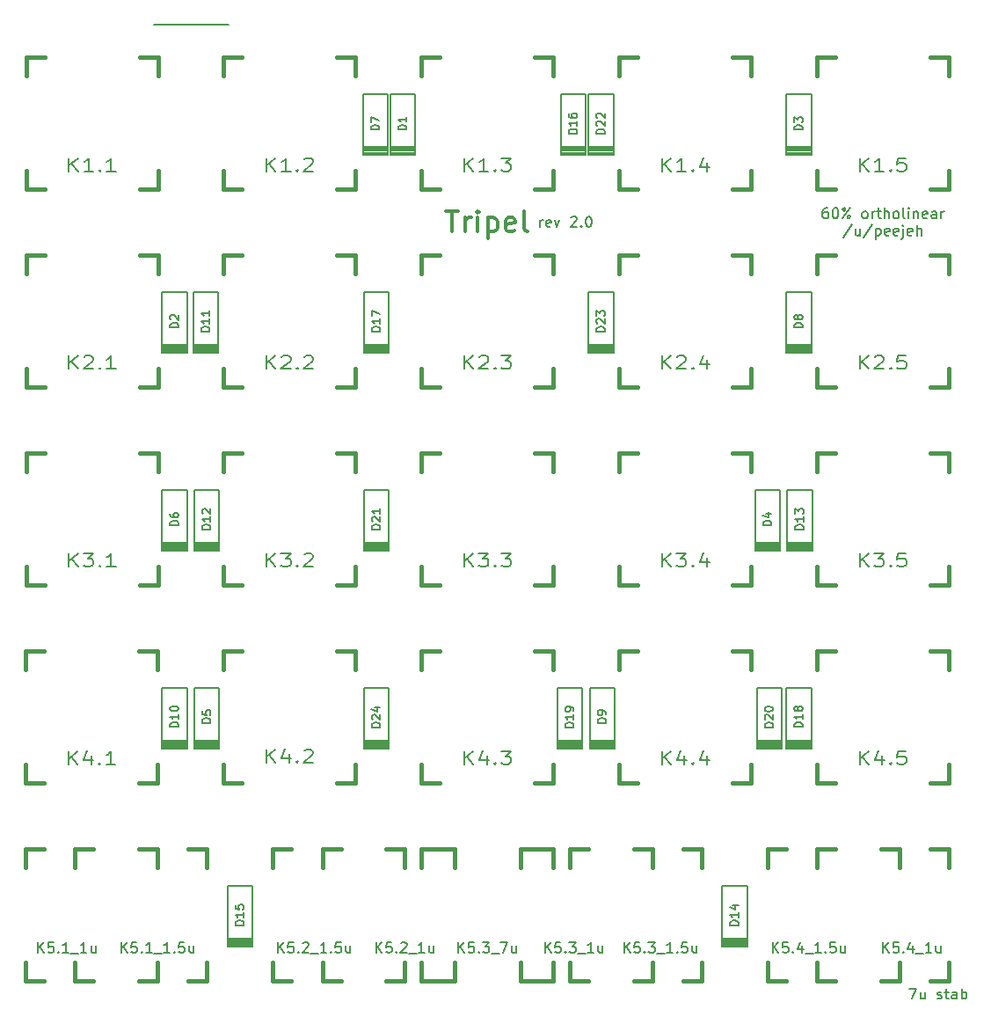
<source format=gto>
G04 #@! TF.GenerationSoftware,KiCad,Pcbnew,(5.1.4-0-10_14)*
G04 #@! TF.CreationDate,2019-11-03T20:24:26+01:00*
G04 #@! TF.ProjectId,tripel,74726970-656c-42e6-9b69-6361645f7063,rev?*
G04 #@! TF.SameCoordinates,Original*
G04 #@! TF.FileFunction,Legend,Top*
G04 #@! TF.FilePolarity,Positive*
%FSLAX46Y46*%
G04 Gerber Fmt 4.6, Leading zero omitted, Abs format (unit mm)*
G04 Created by KiCad (PCBNEW (5.1.4-0-10_14)) date 2019-11-03 20:24:26*
%MOMM*%
%LPD*%
G04 APERTURE LIST*
%ADD10C,0.150000*%
%ADD11C,0.317500*%
%ADD12C,0.381000*%
%ADD13C,0.200000*%
%ADD14C,0.203200*%
G04 APERTURE END LIST*
D10*
X192141666Y-55739880D02*
X191951190Y-55739880D01*
X191855952Y-55787500D01*
X191808333Y-55835119D01*
X191713095Y-55977976D01*
X191665476Y-56168452D01*
X191665476Y-56549404D01*
X191713095Y-56644642D01*
X191760714Y-56692261D01*
X191855952Y-56739880D01*
X192046428Y-56739880D01*
X192141666Y-56692261D01*
X192189285Y-56644642D01*
X192236904Y-56549404D01*
X192236904Y-56311309D01*
X192189285Y-56216071D01*
X192141666Y-56168452D01*
X192046428Y-56120833D01*
X191855952Y-56120833D01*
X191760714Y-56168452D01*
X191713095Y-56216071D01*
X191665476Y-56311309D01*
X192855952Y-55739880D02*
X192951190Y-55739880D01*
X193046428Y-55787500D01*
X193094047Y-55835119D01*
X193141666Y-55930357D01*
X193189285Y-56120833D01*
X193189285Y-56358928D01*
X193141666Y-56549404D01*
X193094047Y-56644642D01*
X193046428Y-56692261D01*
X192951190Y-56739880D01*
X192855952Y-56739880D01*
X192760714Y-56692261D01*
X192713095Y-56644642D01*
X192665476Y-56549404D01*
X192617857Y-56358928D01*
X192617857Y-56120833D01*
X192665476Y-55930357D01*
X192713095Y-55835119D01*
X192760714Y-55787500D01*
X192855952Y-55739880D01*
X193570238Y-56739880D02*
X194332142Y-55739880D01*
X193713095Y-55739880D02*
X193808333Y-55787500D01*
X193855952Y-55882738D01*
X193808333Y-55977976D01*
X193713095Y-56025595D01*
X193617857Y-55977976D01*
X193570238Y-55882738D01*
X193617857Y-55787500D01*
X193713095Y-55739880D01*
X194284523Y-56692261D02*
X194332142Y-56597023D01*
X194284523Y-56501785D01*
X194189285Y-56454166D01*
X194094047Y-56501785D01*
X194046428Y-56597023D01*
X194094047Y-56692261D01*
X194189285Y-56739880D01*
X194284523Y-56692261D01*
X195665476Y-56739880D02*
X195570238Y-56692261D01*
X195522619Y-56644642D01*
X195475000Y-56549404D01*
X195475000Y-56263690D01*
X195522619Y-56168452D01*
X195570238Y-56120833D01*
X195665476Y-56073214D01*
X195808333Y-56073214D01*
X195903571Y-56120833D01*
X195951190Y-56168452D01*
X195998809Y-56263690D01*
X195998809Y-56549404D01*
X195951190Y-56644642D01*
X195903571Y-56692261D01*
X195808333Y-56739880D01*
X195665476Y-56739880D01*
X196427380Y-56739880D02*
X196427380Y-56073214D01*
X196427380Y-56263690D02*
X196475000Y-56168452D01*
X196522619Y-56120833D01*
X196617857Y-56073214D01*
X196713095Y-56073214D01*
X196903571Y-56073214D02*
X197284523Y-56073214D01*
X197046428Y-55739880D02*
X197046428Y-56597023D01*
X197094047Y-56692261D01*
X197189285Y-56739880D01*
X197284523Y-56739880D01*
X197617857Y-56739880D02*
X197617857Y-55739880D01*
X198046428Y-56739880D02*
X198046428Y-56216071D01*
X197998809Y-56120833D01*
X197903571Y-56073214D01*
X197760714Y-56073214D01*
X197665476Y-56120833D01*
X197617857Y-56168452D01*
X198665476Y-56739880D02*
X198570238Y-56692261D01*
X198522619Y-56644642D01*
X198475000Y-56549404D01*
X198475000Y-56263690D01*
X198522619Y-56168452D01*
X198570238Y-56120833D01*
X198665476Y-56073214D01*
X198808333Y-56073214D01*
X198903571Y-56120833D01*
X198951190Y-56168452D01*
X198998809Y-56263690D01*
X198998809Y-56549404D01*
X198951190Y-56644642D01*
X198903571Y-56692261D01*
X198808333Y-56739880D01*
X198665476Y-56739880D01*
X199570238Y-56739880D02*
X199475000Y-56692261D01*
X199427380Y-56597023D01*
X199427380Y-55739880D01*
X199951190Y-56739880D02*
X199951190Y-56073214D01*
X199951190Y-55739880D02*
X199903571Y-55787500D01*
X199951190Y-55835119D01*
X199998809Y-55787500D01*
X199951190Y-55739880D01*
X199951190Y-55835119D01*
X200427380Y-56073214D02*
X200427380Y-56739880D01*
X200427380Y-56168452D02*
X200475000Y-56120833D01*
X200570238Y-56073214D01*
X200713095Y-56073214D01*
X200808333Y-56120833D01*
X200855952Y-56216071D01*
X200855952Y-56739880D01*
X201713095Y-56692261D02*
X201617857Y-56739880D01*
X201427380Y-56739880D01*
X201332142Y-56692261D01*
X201284523Y-56597023D01*
X201284523Y-56216071D01*
X201332142Y-56120833D01*
X201427380Y-56073214D01*
X201617857Y-56073214D01*
X201713095Y-56120833D01*
X201760714Y-56216071D01*
X201760714Y-56311309D01*
X201284523Y-56406547D01*
X202617857Y-56739880D02*
X202617857Y-56216071D01*
X202570238Y-56120833D01*
X202475000Y-56073214D01*
X202284523Y-56073214D01*
X202189285Y-56120833D01*
X202617857Y-56692261D02*
X202522619Y-56739880D01*
X202284523Y-56739880D01*
X202189285Y-56692261D01*
X202141666Y-56597023D01*
X202141666Y-56501785D01*
X202189285Y-56406547D01*
X202284523Y-56358928D01*
X202522619Y-56358928D01*
X202617857Y-56311309D01*
X203094047Y-56739880D02*
X203094047Y-56073214D01*
X203094047Y-56263690D02*
X203141666Y-56168452D01*
X203189285Y-56120833D01*
X203284523Y-56073214D01*
X203379761Y-56073214D01*
X194498809Y-57342261D02*
X193641666Y-58627976D01*
X195260714Y-57723214D02*
X195260714Y-58389880D01*
X194832142Y-57723214D02*
X194832142Y-58247023D01*
X194879761Y-58342261D01*
X194975000Y-58389880D01*
X195117857Y-58389880D01*
X195213095Y-58342261D01*
X195260714Y-58294642D01*
X196451190Y-57342261D02*
X195594047Y-58627976D01*
X196784523Y-57723214D02*
X196784523Y-58723214D01*
X196784523Y-57770833D02*
X196879761Y-57723214D01*
X197070238Y-57723214D01*
X197165476Y-57770833D01*
X197213095Y-57818452D01*
X197260714Y-57913690D01*
X197260714Y-58199404D01*
X197213095Y-58294642D01*
X197165476Y-58342261D01*
X197070238Y-58389880D01*
X196879761Y-58389880D01*
X196784523Y-58342261D01*
X198070238Y-58342261D02*
X197975000Y-58389880D01*
X197784523Y-58389880D01*
X197689285Y-58342261D01*
X197641666Y-58247023D01*
X197641666Y-57866071D01*
X197689285Y-57770833D01*
X197784523Y-57723214D01*
X197975000Y-57723214D01*
X198070238Y-57770833D01*
X198117857Y-57866071D01*
X198117857Y-57961309D01*
X197641666Y-58056547D01*
X198927380Y-58342261D02*
X198832142Y-58389880D01*
X198641666Y-58389880D01*
X198546428Y-58342261D01*
X198498809Y-58247023D01*
X198498809Y-57866071D01*
X198546428Y-57770833D01*
X198641666Y-57723214D01*
X198832142Y-57723214D01*
X198927380Y-57770833D01*
X198975000Y-57866071D01*
X198975000Y-57961309D01*
X198498809Y-58056547D01*
X199403571Y-57723214D02*
X199403571Y-58580357D01*
X199355952Y-58675595D01*
X199260714Y-58723214D01*
X199213095Y-58723214D01*
X199403571Y-57389880D02*
X199355952Y-57437500D01*
X199403571Y-57485119D01*
X199451190Y-57437500D01*
X199403571Y-57389880D01*
X199403571Y-57485119D01*
X200260714Y-58342261D02*
X200165476Y-58389880D01*
X199975000Y-58389880D01*
X199879761Y-58342261D01*
X199832142Y-58247023D01*
X199832142Y-57866071D01*
X199879761Y-57770833D01*
X199975000Y-57723214D01*
X200165476Y-57723214D01*
X200260714Y-57770833D01*
X200308333Y-57866071D01*
X200308333Y-57961309D01*
X199832142Y-58056547D01*
X200736904Y-58389880D02*
X200736904Y-57389880D01*
X201165476Y-58389880D02*
X201165476Y-57866071D01*
X201117857Y-57770833D01*
X201022619Y-57723214D01*
X200879761Y-57723214D01*
X200784523Y-57770833D01*
X200736904Y-57818452D01*
X200047095Y-130859880D02*
X200713761Y-130859880D01*
X200285190Y-131859880D01*
X201523285Y-131193214D02*
X201523285Y-131859880D01*
X201094714Y-131193214D02*
X201094714Y-131717023D01*
X201142333Y-131812261D01*
X201237571Y-131859880D01*
X201380428Y-131859880D01*
X201475666Y-131812261D01*
X201523285Y-131764642D01*
X202713761Y-131812261D02*
X202809000Y-131859880D01*
X202999476Y-131859880D01*
X203094714Y-131812261D01*
X203142333Y-131717023D01*
X203142333Y-131669404D01*
X203094714Y-131574166D01*
X202999476Y-131526547D01*
X202856619Y-131526547D01*
X202761380Y-131478928D01*
X202713761Y-131383690D01*
X202713761Y-131336071D01*
X202761380Y-131240833D01*
X202856619Y-131193214D01*
X202999476Y-131193214D01*
X203094714Y-131240833D01*
X203428047Y-131193214D02*
X203809000Y-131193214D01*
X203570904Y-130859880D02*
X203570904Y-131717023D01*
X203618523Y-131812261D01*
X203713761Y-131859880D01*
X203809000Y-131859880D01*
X204570904Y-131859880D02*
X204570904Y-131336071D01*
X204523285Y-131240833D01*
X204428047Y-131193214D01*
X204237571Y-131193214D01*
X204142333Y-131240833D01*
X204570904Y-131812261D02*
X204475666Y-131859880D01*
X204237571Y-131859880D01*
X204142333Y-131812261D01*
X204094714Y-131717023D01*
X204094714Y-131621785D01*
X204142333Y-131526547D01*
X204237571Y-131478928D01*
X204475666Y-131478928D01*
X204570904Y-131431309D01*
X205047095Y-131859880D02*
X205047095Y-130859880D01*
X205047095Y-131240833D02*
X205142333Y-131193214D01*
X205332809Y-131193214D01*
X205428047Y-131240833D01*
X205475666Y-131288452D01*
X205523285Y-131383690D01*
X205523285Y-131669404D01*
X205475666Y-131764642D01*
X205428047Y-131812261D01*
X205332809Y-131859880D01*
X205142333Y-131859880D01*
X205047095Y-131812261D01*
X127254000Y-38100000D02*
X134493000Y-38100000D01*
X164473095Y-57564880D02*
X164473095Y-56898214D01*
X164473095Y-57088690D02*
X164520714Y-56993452D01*
X164568333Y-56945833D01*
X164663571Y-56898214D01*
X164758809Y-56898214D01*
X165473095Y-57517261D02*
X165377857Y-57564880D01*
X165187380Y-57564880D01*
X165092142Y-57517261D01*
X165044523Y-57422023D01*
X165044523Y-57041071D01*
X165092142Y-56945833D01*
X165187380Y-56898214D01*
X165377857Y-56898214D01*
X165473095Y-56945833D01*
X165520714Y-57041071D01*
X165520714Y-57136309D01*
X165044523Y-57231547D01*
X165854047Y-56898214D02*
X166092142Y-57564880D01*
X166330238Y-56898214D01*
X167425476Y-56660119D02*
X167473095Y-56612500D01*
X167568333Y-56564880D01*
X167806428Y-56564880D01*
X167901666Y-56612500D01*
X167949285Y-56660119D01*
X167996904Y-56755357D01*
X167996904Y-56850595D01*
X167949285Y-56993452D01*
X167377857Y-57564880D01*
X167996904Y-57564880D01*
X168425476Y-57469642D02*
X168473095Y-57517261D01*
X168425476Y-57564880D01*
X168377857Y-57517261D01*
X168425476Y-57469642D01*
X168425476Y-57564880D01*
X169092142Y-56564880D02*
X169187380Y-56564880D01*
X169282619Y-56612500D01*
X169330238Y-56660119D01*
X169377857Y-56755357D01*
X169425476Y-56945833D01*
X169425476Y-57183928D01*
X169377857Y-57374404D01*
X169330238Y-57469642D01*
X169282619Y-57517261D01*
X169187380Y-57564880D01*
X169092142Y-57564880D01*
X168996904Y-57517261D01*
X168949285Y-57469642D01*
X168901666Y-57374404D01*
X168854047Y-57183928D01*
X168854047Y-56945833D01*
X168901666Y-56755357D01*
X168949285Y-56660119D01*
X168996904Y-56612500D01*
X169092142Y-56564880D01*
D11*
X155422619Y-56017261D02*
X156565476Y-56017261D01*
X155994047Y-58017261D02*
X155994047Y-56017261D01*
X157232142Y-58017261D02*
X157232142Y-56683928D01*
X157232142Y-57064880D02*
X157327380Y-56874404D01*
X157422619Y-56779166D01*
X157613095Y-56683928D01*
X157803571Y-56683928D01*
X158470238Y-58017261D02*
X158470238Y-56683928D01*
X158470238Y-56017261D02*
X158375000Y-56112500D01*
X158470238Y-56207738D01*
X158565476Y-56112500D01*
X158470238Y-56017261D01*
X158470238Y-56207738D01*
X159422619Y-56683928D02*
X159422619Y-58683928D01*
X159422619Y-56779166D02*
X159613095Y-56683928D01*
X159994047Y-56683928D01*
X160184523Y-56779166D01*
X160279761Y-56874404D01*
X160375000Y-57064880D01*
X160375000Y-57636309D01*
X160279761Y-57826785D01*
X160184523Y-57922023D01*
X159994047Y-58017261D01*
X159613095Y-58017261D01*
X159422619Y-57922023D01*
X161994047Y-57922023D02*
X161803571Y-58017261D01*
X161422619Y-58017261D01*
X161232142Y-57922023D01*
X161136904Y-57731547D01*
X161136904Y-56969642D01*
X161232142Y-56779166D01*
X161422619Y-56683928D01*
X161803571Y-56683928D01*
X161994047Y-56779166D01*
X162089285Y-56969642D01*
X162089285Y-57160119D01*
X161136904Y-57350595D01*
X163232142Y-58017261D02*
X163041666Y-57922023D01*
X162946428Y-57731547D01*
X162946428Y-56017261D01*
D12*
X153025000Y-119215500D02*
X153025000Y-117437500D01*
X153025000Y-130137500D02*
X153025000Y-128359500D01*
X154803000Y-130137500D02*
X153025000Y-130137500D01*
X165725000Y-130137500D02*
X163947000Y-130137500D01*
X165725000Y-128359500D02*
X165725000Y-130137500D01*
X165725000Y-117437500D02*
X165725000Y-119215500D01*
X163947000Y-117437500D02*
X165725000Y-117437500D01*
X153025000Y-117437500D02*
X154803000Y-117437500D01*
X114962500Y-62084250D02*
X114962500Y-60306250D01*
X114962500Y-73006250D02*
X114962500Y-71228250D01*
X116740500Y-73006250D02*
X114962500Y-73006250D01*
X127662500Y-73006250D02*
X125884500Y-73006250D01*
X127662500Y-71228250D02*
X127662500Y-73006250D01*
X127662500Y-60306250D02*
X127662500Y-62084250D01*
X125884500Y-60306250D02*
X127662500Y-60306250D01*
X114962500Y-60306250D02*
X116740500Y-60306250D01*
X138737500Y-119215500D02*
X138737500Y-117437500D01*
X138737500Y-130137500D02*
X138737500Y-128359500D01*
X140515500Y-130137500D02*
X138737500Y-130137500D01*
X151437500Y-130137500D02*
X149659500Y-130137500D01*
X151437500Y-128359500D02*
X151437500Y-130137500D01*
X151437500Y-117437500D02*
X151437500Y-119215500D01*
X149659500Y-117437500D02*
X151437500Y-117437500D01*
X138737500Y-117437500D02*
X140515500Y-117437500D01*
X186362500Y-119215500D02*
X186362500Y-117437500D01*
X186362500Y-130137500D02*
X186362500Y-128359500D01*
X188140500Y-130137500D02*
X186362500Y-130137500D01*
X199062500Y-130137500D02*
X197284500Y-130137500D01*
X199062500Y-128359500D02*
X199062500Y-130137500D01*
X199062500Y-117437500D02*
X199062500Y-119215500D01*
X197284500Y-117437500D02*
X199062500Y-117437500D01*
X186362500Y-117437500D02*
X188140500Y-117437500D01*
X119687500Y-119215500D02*
X119687500Y-117437500D01*
X119687500Y-130137500D02*
X119687500Y-128359500D01*
X121465500Y-130137500D02*
X119687500Y-130137500D01*
X132387500Y-130137500D02*
X130609500Y-130137500D01*
X132387500Y-128359500D02*
X132387500Y-130137500D01*
X132387500Y-117437500D02*
X132387500Y-119215500D01*
X130609500Y-117437500D02*
X132387500Y-117437500D01*
X119687500Y-117437500D02*
X121465500Y-117437500D01*
X167312500Y-119215500D02*
X167312500Y-117437500D01*
X167312500Y-130137500D02*
X167312500Y-128359500D01*
X169090500Y-130137500D02*
X167312500Y-130137500D01*
X180012500Y-130137500D02*
X178234500Y-130137500D01*
X180012500Y-128359500D02*
X180012500Y-130137500D01*
X180012500Y-117437500D02*
X180012500Y-119215500D01*
X178234500Y-117437500D02*
X180012500Y-117437500D01*
X167312500Y-117437500D02*
X169090500Y-117437500D01*
X191125000Y-119215500D02*
X191125000Y-117437500D01*
X191125000Y-130137500D02*
X191125000Y-128359500D01*
X192903000Y-130137500D02*
X191125000Y-130137500D01*
X203825000Y-130137500D02*
X202047000Y-130137500D01*
X203825000Y-128359500D02*
X203825000Y-130137500D01*
X203825000Y-117437500D02*
X203825000Y-119215500D01*
X202047000Y-117437500D02*
X203825000Y-117437500D01*
X191125000Y-117437500D02*
X192903000Y-117437500D01*
X191087500Y-43053000D02*
X191087500Y-41275000D01*
X191087500Y-53975000D02*
X191087500Y-52197000D01*
X192865500Y-53975000D02*
X191087500Y-53975000D01*
X203787500Y-53975000D02*
X202009500Y-53975000D01*
X203787500Y-52197000D02*
X203787500Y-53975000D01*
X203787500Y-41275000D02*
X203787500Y-43053000D01*
X202009500Y-41275000D02*
X203787500Y-41275000D01*
X191087500Y-41275000D02*
X192865500Y-41275000D01*
X172056250Y-43053000D02*
X172056250Y-41275000D01*
X172056250Y-53975000D02*
X172056250Y-52197000D01*
X173834250Y-53975000D02*
X172056250Y-53975000D01*
X184756250Y-53975000D02*
X182978250Y-53975000D01*
X184756250Y-52197000D02*
X184756250Y-53975000D01*
X184756250Y-41275000D02*
X184756250Y-43053000D01*
X182978250Y-41275000D02*
X184756250Y-41275000D01*
X172056250Y-41275000D02*
X173834250Y-41275000D01*
X153025000Y-43053000D02*
X153025000Y-41275000D01*
X153025000Y-53975000D02*
X153025000Y-52197000D01*
X154803000Y-53975000D02*
X153025000Y-53975000D01*
X165725000Y-53975000D02*
X163947000Y-53975000D01*
X165725000Y-52197000D02*
X165725000Y-53975000D01*
X165725000Y-41275000D02*
X165725000Y-43053000D01*
X163947000Y-41275000D02*
X165725000Y-41275000D01*
X153025000Y-41275000D02*
X154803000Y-41275000D01*
X133993750Y-43053000D02*
X133993750Y-41275000D01*
X133993750Y-53975000D02*
X133993750Y-52197000D01*
X135771750Y-53975000D02*
X133993750Y-53975000D01*
X146693750Y-53975000D02*
X144915750Y-53975000D01*
X146693750Y-52197000D02*
X146693750Y-53975000D01*
X146693750Y-41275000D02*
X146693750Y-43053000D01*
X144915750Y-41275000D02*
X146693750Y-41275000D01*
X133993750Y-41275000D02*
X135771750Y-41275000D01*
X114962500Y-43053000D02*
X114962500Y-41275000D01*
X114962500Y-53975000D02*
X114962500Y-52197000D01*
X116740500Y-53975000D02*
X114962500Y-53975000D01*
X127662500Y-53975000D02*
X125884500Y-53975000D01*
X127662500Y-52197000D02*
X127662500Y-53975000D01*
X127662500Y-41275000D02*
X127662500Y-43053000D01*
X125884500Y-41275000D02*
X127662500Y-41275000D01*
X114962500Y-41275000D02*
X116740500Y-41275000D01*
X191087500Y-62084250D02*
X191087500Y-60306250D01*
X191087500Y-73006250D02*
X191087500Y-71228250D01*
X192865500Y-73006250D02*
X191087500Y-73006250D01*
X203787500Y-73006250D02*
X202009500Y-73006250D01*
X203787500Y-71228250D02*
X203787500Y-73006250D01*
X203787500Y-60306250D02*
X203787500Y-62084250D01*
X202009500Y-60306250D02*
X203787500Y-60306250D01*
X191087500Y-60306250D02*
X192865500Y-60306250D01*
X133993750Y-62084250D02*
X133993750Y-60306250D01*
X133993750Y-73006250D02*
X133993750Y-71228250D01*
X135771750Y-73006250D02*
X133993750Y-73006250D01*
X146693750Y-73006250D02*
X144915750Y-73006250D01*
X146693750Y-71228250D02*
X146693750Y-73006250D01*
X146693750Y-60306250D02*
X146693750Y-62084250D01*
X144915750Y-60306250D02*
X146693750Y-60306250D01*
X133993750Y-60306250D02*
X135771750Y-60306250D01*
X172056250Y-62084250D02*
X172056250Y-60306250D01*
X172056250Y-73006250D02*
X172056250Y-71228250D01*
X173834250Y-73006250D02*
X172056250Y-73006250D01*
X184756250Y-73006250D02*
X182978250Y-73006250D01*
X184756250Y-71228250D02*
X184756250Y-73006250D01*
X184756250Y-60306250D02*
X184756250Y-62084250D01*
X182978250Y-60306250D02*
X184756250Y-60306250D01*
X172056250Y-60306250D02*
X173834250Y-60306250D01*
X153025000Y-62084250D02*
X153025000Y-60306250D01*
X153025000Y-73006250D02*
X153025000Y-71228250D01*
X154803000Y-73006250D02*
X153025000Y-73006250D01*
X165725000Y-73006250D02*
X163947000Y-73006250D01*
X165725000Y-71228250D02*
X165725000Y-73006250D01*
X165725000Y-60306250D02*
X165725000Y-62084250D01*
X163947000Y-60306250D02*
X165725000Y-60306250D01*
X153025000Y-60306250D02*
X154803000Y-60306250D01*
X191087500Y-81115500D02*
X191087500Y-79337500D01*
X191087500Y-92037500D02*
X191087500Y-90259500D01*
X192865500Y-92037500D02*
X191087500Y-92037500D01*
X203787500Y-92037500D02*
X202009500Y-92037500D01*
X203787500Y-90259500D02*
X203787500Y-92037500D01*
X203787500Y-79337500D02*
X203787500Y-81115500D01*
X202009500Y-79337500D02*
X203787500Y-79337500D01*
X191087500Y-79337500D02*
X192865500Y-79337500D01*
X172056250Y-81115500D02*
X172056250Y-79337500D01*
X172056250Y-92037500D02*
X172056250Y-90259500D01*
X173834250Y-92037500D02*
X172056250Y-92037500D01*
X184756250Y-92037500D02*
X182978250Y-92037500D01*
X184756250Y-90259500D02*
X184756250Y-92037500D01*
X184756250Y-79337500D02*
X184756250Y-81115500D01*
X182978250Y-79337500D02*
X184756250Y-79337500D01*
X172056250Y-79337500D02*
X173834250Y-79337500D01*
X114962500Y-81115500D02*
X114962500Y-79337500D01*
X114962500Y-92037500D02*
X114962500Y-90259500D01*
X116740500Y-92037500D02*
X114962500Y-92037500D01*
X127662500Y-92037500D02*
X125884500Y-92037500D01*
X127662500Y-90259500D02*
X127662500Y-92037500D01*
X127662500Y-79337500D02*
X127662500Y-81115500D01*
X125884500Y-79337500D02*
X127662500Y-79337500D01*
X114962500Y-79337500D02*
X116740500Y-79337500D01*
X133993750Y-81115500D02*
X133993750Y-79337500D01*
X133993750Y-92037500D02*
X133993750Y-90259500D01*
X135771750Y-92037500D02*
X133993750Y-92037500D01*
X146693750Y-92037500D02*
X144915750Y-92037500D01*
X146693750Y-90259500D02*
X146693750Y-92037500D01*
X146693750Y-79337500D02*
X146693750Y-81115500D01*
X144915750Y-79337500D02*
X146693750Y-79337500D01*
X133993750Y-79337500D02*
X135771750Y-79337500D01*
X153025000Y-81115500D02*
X153025000Y-79337500D01*
X153025000Y-92037500D02*
X153025000Y-90259500D01*
X154803000Y-92037500D02*
X153025000Y-92037500D01*
X165725000Y-92037500D02*
X163947000Y-92037500D01*
X165725000Y-90259500D02*
X165725000Y-92037500D01*
X165725000Y-79337500D02*
X165725000Y-81115500D01*
X163947000Y-79337500D02*
X165725000Y-79337500D01*
X153025000Y-79337500D02*
X154803000Y-79337500D01*
X133993750Y-100146750D02*
X133993750Y-98368750D01*
X133993750Y-111068750D02*
X133993750Y-109290750D01*
X135771750Y-111068750D02*
X133993750Y-111068750D01*
X146693750Y-111068750D02*
X144915750Y-111068750D01*
X146693750Y-109290750D02*
X146693750Y-111068750D01*
X146693750Y-98368750D02*
X146693750Y-100146750D01*
X144915750Y-98368750D02*
X146693750Y-98368750D01*
X133993750Y-98368750D02*
X135771750Y-98368750D01*
X114925000Y-100165500D02*
X114925000Y-98387500D01*
X114925000Y-111087500D02*
X114925000Y-109309500D01*
X116703000Y-111087500D02*
X114925000Y-111087500D01*
X127625000Y-111087500D02*
X125847000Y-111087500D01*
X127625000Y-109309500D02*
X127625000Y-111087500D01*
X127625000Y-98387500D02*
X127625000Y-100165500D01*
X125847000Y-98387500D02*
X127625000Y-98387500D01*
X114925000Y-98387500D02*
X116703000Y-98387500D01*
X172056250Y-100146750D02*
X172056250Y-98368750D01*
X172056250Y-111068750D02*
X172056250Y-109290750D01*
X173834250Y-111068750D02*
X172056250Y-111068750D01*
X184756250Y-111068750D02*
X182978250Y-111068750D01*
X184756250Y-109290750D02*
X184756250Y-111068750D01*
X184756250Y-98368750D02*
X184756250Y-100146750D01*
X182978250Y-98368750D02*
X184756250Y-98368750D01*
X172056250Y-98368750D02*
X173834250Y-98368750D01*
X153025000Y-100146750D02*
X153025000Y-98368750D01*
X153025000Y-111068750D02*
X153025000Y-109290750D01*
X154803000Y-111068750D02*
X153025000Y-111068750D01*
X165725000Y-111068750D02*
X163947000Y-111068750D01*
X165725000Y-109290750D02*
X165725000Y-111068750D01*
X165725000Y-98368750D02*
X165725000Y-100146750D01*
X163947000Y-98368750D02*
X165725000Y-98368750D01*
X153025000Y-98368750D02*
X154803000Y-98368750D01*
X191087500Y-100146750D02*
X191087500Y-98368750D01*
X191087500Y-111068750D02*
X191087500Y-109290750D01*
X192865500Y-111068750D02*
X191087500Y-111068750D01*
X203787500Y-111068750D02*
X202009500Y-111068750D01*
X203787500Y-109290750D02*
X203787500Y-111068750D01*
X203787500Y-98368750D02*
X203787500Y-100146750D01*
X202009500Y-98368750D02*
X203787500Y-98368750D01*
X191087500Y-98368750D02*
X192865500Y-98368750D01*
X143500000Y-119215500D02*
X143500000Y-117437500D01*
X143500000Y-130137500D02*
X143500000Y-128359500D01*
X145278000Y-130137500D02*
X143500000Y-130137500D01*
X156200000Y-130137500D02*
X154422000Y-130137500D01*
X156200000Y-128359500D02*
X156200000Y-130137500D01*
X156200000Y-117437500D02*
X156200000Y-119215500D01*
X154422000Y-117437500D02*
X156200000Y-117437500D01*
X143500000Y-117437500D02*
X145278000Y-117437500D01*
X114925000Y-119215500D02*
X114925000Y-117437500D01*
X114925000Y-130137500D02*
X114925000Y-128359500D01*
X116703000Y-130137500D02*
X114925000Y-130137500D01*
X127625000Y-130137500D02*
X125847000Y-130137500D01*
X127625000Y-128359500D02*
X127625000Y-130137500D01*
X127625000Y-117437500D02*
X127625000Y-119215500D01*
X125847000Y-117437500D02*
X127625000Y-117437500D01*
X114925000Y-117437500D02*
X116703000Y-117437500D01*
X162550000Y-119215500D02*
X162550000Y-117437500D01*
X162550000Y-130137500D02*
X162550000Y-128359500D01*
X164328000Y-130137500D02*
X162550000Y-130137500D01*
X175250000Y-130137500D02*
X173472000Y-130137500D01*
X175250000Y-128359500D02*
X175250000Y-130137500D01*
X175250000Y-117437500D02*
X175250000Y-119215500D01*
X173472000Y-117437500D02*
X175250000Y-117437500D01*
X162550000Y-117437500D02*
X164328000Y-117437500D01*
D13*
X185321250Y-107012500D02*
X187721250Y-107012500D01*
X185321250Y-107187500D02*
X187721250Y-107187500D01*
X185321250Y-107362500D02*
X187721250Y-107362500D01*
X187721250Y-107762500D02*
X185321250Y-107762500D01*
X185321250Y-107537500D02*
X187721250Y-107537500D01*
X185321250Y-107662500D02*
X187721250Y-107662500D01*
X185321250Y-107737500D02*
X185321250Y-101937500D01*
X185321250Y-101937500D02*
X187721250Y-101937500D01*
X187721250Y-101937500D02*
X187721250Y-107737500D01*
X150057000Y-49900000D02*
X152457000Y-49900000D01*
X150057000Y-50075000D02*
X152457000Y-50075000D01*
X150057000Y-50250000D02*
X152457000Y-50250000D01*
X152457000Y-50650000D02*
X150057000Y-50650000D01*
X150057000Y-50425000D02*
X152457000Y-50425000D01*
X150057000Y-50550000D02*
X152457000Y-50550000D01*
X150057000Y-50625000D02*
X150057000Y-44825000D01*
X150057000Y-44825000D02*
X152457000Y-44825000D01*
X152457000Y-44825000D02*
X152457000Y-50625000D01*
X128081250Y-68931250D02*
X130481250Y-68931250D01*
X128081250Y-69106250D02*
X130481250Y-69106250D01*
X128081250Y-69281250D02*
X130481250Y-69281250D01*
X130481250Y-69681250D02*
X128081250Y-69681250D01*
X128081250Y-69456250D02*
X130481250Y-69456250D01*
X128081250Y-69581250D02*
X130481250Y-69581250D01*
X128081250Y-69656250D02*
X128081250Y-63856250D01*
X128081250Y-63856250D02*
X130481250Y-63856250D01*
X130481250Y-63856250D02*
X130481250Y-69656250D01*
X190575000Y-44825000D02*
X190575000Y-50625000D01*
X188175000Y-44825000D02*
X190575000Y-44825000D01*
X188175000Y-50625000D02*
X188175000Y-44825000D01*
X188175000Y-50550000D02*
X190575000Y-50550000D01*
X188175000Y-50425000D02*
X190575000Y-50425000D01*
X190575000Y-50650000D02*
X188175000Y-50650000D01*
X188175000Y-50250000D02*
X190575000Y-50250000D01*
X188175000Y-50075000D02*
X190575000Y-50075000D01*
X188175000Y-49900000D02*
X190575000Y-49900000D01*
X187575000Y-82887500D02*
X187575000Y-88687500D01*
X185175000Y-82887500D02*
X187575000Y-82887500D01*
X185175000Y-88687500D02*
X185175000Y-82887500D01*
X185175000Y-88612500D02*
X187575000Y-88612500D01*
X185175000Y-88487500D02*
X187575000Y-88487500D01*
X187575000Y-88712500D02*
X185175000Y-88712500D01*
X185175000Y-88312500D02*
X187575000Y-88312500D01*
X185175000Y-88137500D02*
X187575000Y-88137500D01*
X185175000Y-87962500D02*
X187575000Y-87962500D01*
X131175000Y-106993750D02*
X133575000Y-106993750D01*
X131175000Y-107168750D02*
X133575000Y-107168750D01*
X131175000Y-107343750D02*
X133575000Y-107343750D01*
X133575000Y-107743750D02*
X131175000Y-107743750D01*
X131175000Y-107518750D02*
X133575000Y-107518750D01*
X131175000Y-107643750D02*
X133575000Y-107643750D01*
X131175000Y-107718750D02*
X131175000Y-101918750D01*
X131175000Y-101918750D02*
X133575000Y-101918750D01*
X133575000Y-101918750D02*
X133575000Y-107718750D01*
X128081250Y-87962500D02*
X130481250Y-87962500D01*
X128081250Y-88137500D02*
X130481250Y-88137500D01*
X128081250Y-88312500D02*
X130481250Y-88312500D01*
X130481250Y-88712500D02*
X128081250Y-88712500D01*
X128081250Y-88487500D02*
X130481250Y-88487500D01*
X128081250Y-88612500D02*
X130481250Y-88612500D01*
X128081250Y-88687500D02*
X128081250Y-82887500D01*
X128081250Y-82887500D02*
X130481250Y-82887500D01*
X130481250Y-82887500D02*
X130481250Y-88687500D01*
X147390000Y-49900000D02*
X149790000Y-49900000D01*
X147390000Y-50075000D02*
X149790000Y-50075000D01*
X147390000Y-50250000D02*
X149790000Y-50250000D01*
X149790000Y-50650000D02*
X147390000Y-50650000D01*
X147390000Y-50425000D02*
X149790000Y-50425000D01*
X147390000Y-50550000D02*
X149790000Y-50550000D01*
X147390000Y-50625000D02*
X147390000Y-44825000D01*
X147390000Y-44825000D02*
X149790000Y-44825000D01*
X149790000Y-44825000D02*
X149790000Y-50625000D01*
X188175000Y-68931250D02*
X190575000Y-68931250D01*
X188175000Y-69106250D02*
X190575000Y-69106250D01*
X188175000Y-69281250D02*
X190575000Y-69281250D01*
X190575000Y-69681250D02*
X188175000Y-69681250D01*
X188175000Y-69456250D02*
X190575000Y-69456250D01*
X188175000Y-69581250D02*
X190575000Y-69581250D01*
X188175000Y-69656250D02*
X188175000Y-63856250D01*
X188175000Y-63856250D02*
X190575000Y-63856250D01*
X190575000Y-63856250D02*
X190575000Y-69656250D01*
X171637500Y-101918750D02*
X171637500Y-107718750D01*
X169237500Y-101918750D02*
X171637500Y-101918750D01*
X169237500Y-107718750D02*
X169237500Y-101918750D01*
X169237500Y-107643750D02*
X171637500Y-107643750D01*
X169237500Y-107518750D02*
X171637500Y-107518750D01*
X171637500Y-107743750D02*
X169237500Y-107743750D01*
X169237500Y-107343750D02*
X171637500Y-107343750D01*
X169237500Y-107168750D02*
X171637500Y-107168750D01*
X169237500Y-106993750D02*
X171637500Y-106993750D01*
X130481250Y-101918750D02*
X130481250Y-107718750D01*
X128081250Y-101918750D02*
X130481250Y-101918750D01*
X128081250Y-107718750D02*
X128081250Y-101918750D01*
X128081250Y-107643750D02*
X130481250Y-107643750D01*
X128081250Y-107518750D02*
X130481250Y-107518750D01*
X130481250Y-107743750D02*
X128081250Y-107743750D01*
X128081250Y-107343750D02*
X130481250Y-107343750D01*
X128081250Y-107168750D02*
X130481250Y-107168750D01*
X128081250Y-106993750D02*
X130481250Y-106993750D01*
X133481250Y-63856250D02*
X133481250Y-69656250D01*
X131081250Y-63856250D02*
X133481250Y-63856250D01*
X131081250Y-69656250D02*
X131081250Y-63856250D01*
X131081250Y-69581250D02*
X133481250Y-69581250D01*
X131081250Y-69456250D02*
X133481250Y-69456250D01*
X133481250Y-69681250D02*
X131081250Y-69681250D01*
X131081250Y-69281250D02*
X133481250Y-69281250D01*
X131081250Y-69106250D02*
X133481250Y-69106250D01*
X131081250Y-68931250D02*
X133481250Y-68931250D01*
X133575000Y-82887500D02*
X133575000Y-88687500D01*
X131175000Y-82887500D02*
X133575000Y-82887500D01*
X131175000Y-88687500D02*
X131175000Y-82887500D01*
X131175000Y-88612500D02*
X133575000Y-88612500D01*
X131175000Y-88487500D02*
X133575000Y-88487500D01*
X133575000Y-88712500D02*
X131175000Y-88712500D01*
X131175000Y-88312500D02*
X133575000Y-88312500D01*
X131175000Y-88137500D02*
X133575000Y-88137500D01*
X131175000Y-87962500D02*
X133575000Y-87962500D01*
X190668750Y-82887500D02*
X190668750Y-88687500D01*
X188268750Y-82887500D02*
X190668750Y-82887500D01*
X188268750Y-88687500D02*
X188268750Y-82887500D01*
X188268750Y-88612500D02*
X190668750Y-88612500D01*
X188268750Y-88487500D02*
X190668750Y-88487500D01*
X190668750Y-88712500D02*
X188268750Y-88712500D01*
X188268750Y-88312500D02*
X190668750Y-88312500D01*
X188268750Y-88137500D02*
X190668750Y-88137500D01*
X188268750Y-87962500D02*
X190668750Y-87962500D01*
X184387500Y-120987500D02*
X184387500Y-126787500D01*
X181987500Y-120987500D02*
X184387500Y-120987500D01*
X181987500Y-126787500D02*
X181987500Y-120987500D01*
X181987500Y-126712500D02*
X184387500Y-126712500D01*
X181987500Y-126587500D02*
X184387500Y-126587500D01*
X184387500Y-126812500D02*
X181987500Y-126812500D01*
X181987500Y-126412500D02*
X184387500Y-126412500D01*
X181987500Y-126237500D02*
X184387500Y-126237500D01*
X181987500Y-126062500D02*
X184387500Y-126062500D01*
X136762500Y-120987500D02*
X136762500Y-126787500D01*
X134362500Y-120987500D02*
X136762500Y-120987500D01*
X134362500Y-126787500D02*
X134362500Y-120987500D01*
X134362500Y-126712500D02*
X136762500Y-126712500D01*
X134362500Y-126587500D02*
X136762500Y-126587500D01*
X136762500Y-126812500D02*
X134362500Y-126812500D01*
X134362500Y-126412500D02*
X136762500Y-126412500D01*
X134362500Y-126237500D02*
X136762500Y-126237500D01*
X134362500Y-126062500D02*
X136762500Y-126062500D01*
X168840000Y-44825000D02*
X168840000Y-50625000D01*
X166440000Y-44825000D02*
X168840000Y-44825000D01*
X166440000Y-50625000D02*
X166440000Y-44825000D01*
X166440000Y-50550000D02*
X168840000Y-50550000D01*
X166440000Y-50425000D02*
X168840000Y-50425000D01*
X168840000Y-50650000D02*
X166440000Y-50650000D01*
X166440000Y-50250000D02*
X168840000Y-50250000D01*
X166440000Y-50075000D02*
X168840000Y-50075000D01*
X166440000Y-49900000D02*
X168840000Y-49900000D01*
X147507000Y-68931250D02*
X149907000Y-68931250D01*
X147507000Y-69106250D02*
X149907000Y-69106250D01*
X147507000Y-69281250D02*
X149907000Y-69281250D01*
X149907000Y-69681250D02*
X147507000Y-69681250D01*
X147507000Y-69456250D02*
X149907000Y-69456250D01*
X147507000Y-69581250D02*
X149907000Y-69581250D01*
X147507000Y-69656250D02*
X147507000Y-63856250D01*
X147507000Y-63856250D02*
X149907000Y-63856250D01*
X149907000Y-63856250D02*
X149907000Y-69656250D01*
X188175000Y-106993750D02*
X190575000Y-106993750D01*
X188175000Y-107168750D02*
X190575000Y-107168750D01*
X188175000Y-107343750D02*
X190575000Y-107343750D01*
X190575000Y-107743750D02*
X188175000Y-107743750D01*
X188175000Y-107518750D02*
X190575000Y-107518750D01*
X188175000Y-107643750D02*
X190575000Y-107643750D01*
X188175000Y-107718750D02*
X188175000Y-101918750D01*
X188175000Y-101918750D02*
X190575000Y-101918750D01*
X190575000Y-101918750D02*
X190575000Y-107718750D01*
X166112500Y-107012500D02*
X168512500Y-107012500D01*
X166112500Y-107187500D02*
X168512500Y-107187500D01*
X166112500Y-107362500D02*
X168512500Y-107362500D01*
X168512500Y-107762500D02*
X166112500Y-107762500D01*
X166112500Y-107537500D02*
X168512500Y-107537500D01*
X166112500Y-107662500D02*
X168512500Y-107662500D01*
X166112500Y-107737500D02*
X166112500Y-101937500D01*
X166112500Y-101937500D02*
X168512500Y-101937500D01*
X168512500Y-101937500D02*
X168512500Y-107737500D01*
X147507000Y-87962500D02*
X149907000Y-87962500D01*
X147507000Y-88137500D02*
X149907000Y-88137500D01*
X147507000Y-88312500D02*
X149907000Y-88312500D01*
X149907000Y-88712500D02*
X147507000Y-88712500D01*
X147507000Y-88487500D02*
X149907000Y-88487500D01*
X147507000Y-88612500D02*
X149907000Y-88612500D01*
X147507000Y-88687500D02*
X147507000Y-82887500D01*
X147507000Y-82887500D02*
X149907000Y-82887500D01*
X149907000Y-82887500D02*
X149907000Y-88687500D01*
X169143750Y-49900000D02*
X171543750Y-49900000D01*
X169143750Y-50075000D02*
X171543750Y-50075000D01*
X169143750Y-50250000D02*
X171543750Y-50250000D01*
X171543750Y-50650000D02*
X169143750Y-50650000D01*
X169143750Y-50425000D02*
X171543750Y-50425000D01*
X169143750Y-50550000D02*
X171543750Y-50550000D01*
X169143750Y-50625000D02*
X169143750Y-44825000D01*
X169143750Y-44825000D02*
X171543750Y-44825000D01*
X171543750Y-44825000D02*
X171543750Y-50625000D01*
X169143750Y-68931250D02*
X171543750Y-68931250D01*
X169143750Y-69106250D02*
X171543750Y-69106250D01*
X169143750Y-69281250D02*
X171543750Y-69281250D01*
X171543750Y-69681250D02*
X169143750Y-69681250D01*
X169143750Y-69456250D02*
X171543750Y-69456250D01*
X169143750Y-69581250D02*
X171543750Y-69581250D01*
X169143750Y-69656250D02*
X169143750Y-63856250D01*
X169143750Y-63856250D02*
X171543750Y-63856250D01*
X171543750Y-63856250D02*
X171543750Y-69656250D01*
X149907000Y-101937500D02*
X149907000Y-107737500D01*
X147507000Y-101937500D02*
X149907000Y-101937500D01*
X147507000Y-107737500D02*
X147507000Y-101937500D01*
X147507000Y-107662500D02*
X149907000Y-107662500D01*
X147507000Y-107537500D02*
X149907000Y-107537500D01*
X149907000Y-107762500D02*
X147507000Y-107762500D01*
X147507000Y-107362500D02*
X149907000Y-107362500D01*
X147507000Y-107187500D02*
X149907000Y-107187500D01*
X147507000Y-107012500D02*
X149907000Y-107012500D01*
X156613095Y-127414880D02*
X156613095Y-126414880D01*
X157184523Y-127414880D02*
X156755952Y-126843452D01*
X157184523Y-126414880D02*
X156613095Y-126986309D01*
X158089285Y-126414880D02*
X157613095Y-126414880D01*
X157565476Y-126891071D01*
X157613095Y-126843452D01*
X157708333Y-126795833D01*
X157946428Y-126795833D01*
X158041666Y-126843452D01*
X158089285Y-126891071D01*
X158136904Y-126986309D01*
X158136904Y-127224404D01*
X158089285Y-127319642D01*
X158041666Y-127367261D01*
X157946428Y-127414880D01*
X157708333Y-127414880D01*
X157613095Y-127367261D01*
X157565476Y-127319642D01*
X158565476Y-127319642D02*
X158613095Y-127367261D01*
X158565476Y-127414880D01*
X158517857Y-127367261D01*
X158565476Y-127319642D01*
X158565476Y-127414880D01*
X158946428Y-126414880D02*
X159565476Y-126414880D01*
X159232142Y-126795833D01*
X159375000Y-126795833D01*
X159470238Y-126843452D01*
X159517857Y-126891071D01*
X159565476Y-126986309D01*
X159565476Y-127224404D01*
X159517857Y-127319642D01*
X159470238Y-127367261D01*
X159375000Y-127414880D01*
X159089285Y-127414880D01*
X158994047Y-127367261D01*
X158946428Y-127319642D01*
X159755952Y-127510119D02*
X160517857Y-127510119D01*
X160660714Y-126414880D02*
X161327380Y-126414880D01*
X160898809Y-127414880D01*
X162136904Y-126748214D02*
X162136904Y-127414880D01*
X161708333Y-126748214D02*
X161708333Y-127272023D01*
X161755952Y-127367261D01*
X161851190Y-127414880D01*
X161994047Y-127414880D01*
X162089285Y-127367261D01*
X162136904Y-127319642D01*
D14*
X119099071Y-71230773D02*
X119099071Y-69960773D01*
X119969928Y-71230773D02*
X119316785Y-70505059D01*
X119969928Y-69960773D02*
X119099071Y-70686488D01*
X120550500Y-70081726D02*
X120623071Y-70021250D01*
X120768214Y-69960773D01*
X121131071Y-69960773D01*
X121276214Y-70021250D01*
X121348785Y-70081726D01*
X121421357Y-70202678D01*
X121421357Y-70323630D01*
X121348785Y-70505059D01*
X120477928Y-71230773D01*
X121421357Y-71230773D01*
X122074500Y-71109821D02*
X122147071Y-71170297D01*
X122074500Y-71230773D01*
X122001928Y-71170297D01*
X122074500Y-71109821D01*
X122074500Y-71230773D01*
X123598500Y-71230773D02*
X122727642Y-71230773D01*
X123163071Y-71230773D02*
X123163071Y-69960773D01*
X123017928Y-70142202D01*
X122872785Y-70263154D01*
X122727642Y-70323630D01*
D13*
X139230059Y-127414880D02*
X139230059Y-126414880D01*
X139801488Y-127414880D02*
X139372916Y-126843452D01*
X139801488Y-126414880D02*
X139230059Y-126986309D01*
X140706250Y-126414880D02*
X140230059Y-126414880D01*
X140182440Y-126891071D01*
X140230059Y-126843452D01*
X140325297Y-126795833D01*
X140563392Y-126795833D01*
X140658630Y-126843452D01*
X140706250Y-126891071D01*
X140753869Y-126986309D01*
X140753869Y-127224404D01*
X140706250Y-127319642D01*
X140658630Y-127367261D01*
X140563392Y-127414880D01*
X140325297Y-127414880D01*
X140230059Y-127367261D01*
X140182440Y-127319642D01*
X141182440Y-127319642D02*
X141230059Y-127367261D01*
X141182440Y-127414880D01*
X141134821Y-127367261D01*
X141182440Y-127319642D01*
X141182440Y-127414880D01*
X141611011Y-126510119D02*
X141658630Y-126462500D01*
X141753869Y-126414880D01*
X141991964Y-126414880D01*
X142087202Y-126462500D01*
X142134821Y-126510119D01*
X142182440Y-126605357D01*
X142182440Y-126700595D01*
X142134821Y-126843452D01*
X141563392Y-127414880D01*
X142182440Y-127414880D01*
X142372916Y-127510119D02*
X143134821Y-127510119D01*
X143896726Y-127414880D02*
X143325297Y-127414880D01*
X143611011Y-127414880D02*
X143611011Y-126414880D01*
X143515773Y-126557738D01*
X143420535Y-126652976D01*
X143325297Y-126700595D01*
X144325297Y-127319642D02*
X144372916Y-127367261D01*
X144325297Y-127414880D01*
X144277678Y-127367261D01*
X144325297Y-127319642D01*
X144325297Y-127414880D01*
X145277678Y-126414880D02*
X144801488Y-126414880D01*
X144753869Y-126891071D01*
X144801488Y-126843452D01*
X144896726Y-126795833D01*
X145134821Y-126795833D01*
X145230059Y-126843452D01*
X145277678Y-126891071D01*
X145325297Y-126986309D01*
X145325297Y-127224404D01*
X145277678Y-127319642D01*
X145230059Y-127367261D01*
X145134821Y-127414880D01*
X144896726Y-127414880D01*
X144801488Y-127367261D01*
X144753869Y-127319642D01*
X146182440Y-126748214D02*
X146182440Y-127414880D01*
X145753869Y-126748214D02*
X145753869Y-127272023D01*
X145801488Y-127367261D01*
X145896726Y-127414880D01*
X146039583Y-127414880D01*
X146134821Y-127367261D01*
X146182440Y-127319642D01*
X186855059Y-127414880D02*
X186855059Y-126414880D01*
X187426488Y-127414880D02*
X186997916Y-126843452D01*
X187426488Y-126414880D02*
X186855059Y-126986309D01*
X188331250Y-126414880D02*
X187855059Y-126414880D01*
X187807440Y-126891071D01*
X187855059Y-126843452D01*
X187950297Y-126795833D01*
X188188392Y-126795833D01*
X188283630Y-126843452D01*
X188331250Y-126891071D01*
X188378869Y-126986309D01*
X188378869Y-127224404D01*
X188331250Y-127319642D01*
X188283630Y-127367261D01*
X188188392Y-127414880D01*
X187950297Y-127414880D01*
X187855059Y-127367261D01*
X187807440Y-127319642D01*
X188807440Y-127319642D02*
X188855059Y-127367261D01*
X188807440Y-127414880D01*
X188759821Y-127367261D01*
X188807440Y-127319642D01*
X188807440Y-127414880D01*
X189712202Y-126748214D02*
X189712202Y-127414880D01*
X189474107Y-126367261D02*
X189236011Y-127081547D01*
X189855059Y-127081547D01*
X189997916Y-127510119D02*
X190759821Y-127510119D01*
X191521726Y-127414880D02*
X190950297Y-127414880D01*
X191236011Y-127414880D02*
X191236011Y-126414880D01*
X191140773Y-126557738D01*
X191045535Y-126652976D01*
X190950297Y-126700595D01*
X191950297Y-127319642D02*
X191997916Y-127367261D01*
X191950297Y-127414880D01*
X191902678Y-127367261D01*
X191950297Y-127319642D01*
X191950297Y-127414880D01*
X192902678Y-126414880D02*
X192426488Y-126414880D01*
X192378869Y-126891071D01*
X192426488Y-126843452D01*
X192521726Y-126795833D01*
X192759821Y-126795833D01*
X192855059Y-126843452D01*
X192902678Y-126891071D01*
X192950297Y-126986309D01*
X192950297Y-127224404D01*
X192902678Y-127319642D01*
X192855059Y-127367261D01*
X192759821Y-127414880D01*
X192521726Y-127414880D01*
X192426488Y-127367261D01*
X192378869Y-127319642D01*
X193807440Y-126748214D02*
X193807440Y-127414880D01*
X193378869Y-126748214D02*
X193378869Y-127272023D01*
X193426488Y-127367261D01*
X193521726Y-127414880D01*
X193664583Y-127414880D01*
X193759821Y-127367261D01*
X193807440Y-127319642D01*
X124148809Y-127414880D02*
X124148809Y-126414880D01*
X124720238Y-127414880D02*
X124291666Y-126843452D01*
X124720238Y-126414880D02*
X124148809Y-126986309D01*
X125625000Y-126414880D02*
X125148809Y-126414880D01*
X125101190Y-126891071D01*
X125148809Y-126843452D01*
X125244047Y-126795833D01*
X125482142Y-126795833D01*
X125577380Y-126843452D01*
X125625000Y-126891071D01*
X125672619Y-126986309D01*
X125672619Y-127224404D01*
X125625000Y-127319642D01*
X125577380Y-127367261D01*
X125482142Y-127414880D01*
X125244047Y-127414880D01*
X125148809Y-127367261D01*
X125101190Y-127319642D01*
X126101190Y-127319642D02*
X126148809Y-127367261D01*
X126101190Y-127414880D01*
X126053571Y-127367261D01*
X126101190Y-127319642D01*
X126101190Y-127414880D01*
X127101190Y-127414880D02*
X126529761Y-127414880D01*
X126815476Y-127414880D02*
X126815476Y-126414880D01*
X126720238Y-126557738D01*
X126625000Y-126652976D01*
X126529761Y-126700595D01*
X127291666Y-127510119D02*
X128053571Y-127510119D01*
X128815476Y-127414880D02*
X128244047Y-127414880D01*
X128529761Y-127414880D02*
X128529761Y-126414880D01*
X128434523Y-126557738D01*
X128339285Y-126652976D01*
X128244047Y-126700595D01*
X129244047Y-127319642D02*
X129291666Y-127367261D01*
X129244047Y-127414880D01*
X129196428Y-127367261D01*
X129244047Y-127319642D01*
X129244047Y-127414880D01*
X130196428Y-126414880D02*
X129720238Y-126414880D01*
X129672619Y-126891071D01*
X129720238Y-126843452D01*
X129815476Y-126795833D01*
X130053571Y-126795833D01*
X130148809Y-126843452D01*
X130196428Y-126891071D01*
X130244047Y-126986309D01*
X130244047Y-127224404D01*
X130196428Y-127319642D01*
X130148809Y-127367261D01*
X130053571Y-127414880D01*
X129815476Y-127414880D01*
X129720238Y-127367261D01*
X129672619Y-127319642D01*
X131101190Y-126748214D02*
X131101190Y-127414880D01*
X130672619Y-126748214D02*
X130672619Y-127272023D01*
X130720238Y-127367261D01*
X130815476Y-127414880D01*
X130958333Y-127414880D01*
X131053571Y-127367261D01*
X131101190Y-127319642D01*
X172567559Y-127414880D02*
X172567559Y-126414880D01*
X173138988Y-127414880D02*
X172710416Y-126843452D01*
X173138988Y-126414880D02*
X172567559Y-126986309D01*
X174043750Y-126414880D02*
X173567559Y-126414880D01*
X173519940Y-126891071D01*
X173567559Y-126843452D01*
X173662797Y-126795833D01*
X173900892Y-126795833D01*
X173996130Y-126843452D01*
X174043750Y-126891071D01*
X174091369Y-126986309D01*
X174091369Y-127224404D01*
X174043750Y-127319642D01*
X173996130Y-127367261D01*
X173900892Y-127414880D01*
X173662797Y-127414880D01*
X173567559Y-127367261D01*
X173519940Y-127319642D01*
X174519940Y-127319642D02*
X174567559Y-127367261D01*
X174519940Y-127414880D01*
X174472321Y-127367261D01*
X174519940Y-127319642D01*
X174519940Y-127414880D01*
X174900892Y-126414880D02*
X175519940Y-126414880D01*
X175186607Y-126795833D01*
X175329464Y-126795833D01*
X175424702Y-126843452D01*
X175472321Y-126891071D01*
X175519940Y-126986309D01*
X175519940Y-127224404D01*
X175472321Y-127319642D01*
X175424702Y-127367261D01*
X175329464Y-127414880D01*
X175043750Y-127414880D01*
X174948511Y-127367261D01*
X174900892Y-127319642D01*
X175710416Y-127510119D02*
X176472321Y-127510119D01*
X177234226Y-127414880D02*
X176662797Y-127414880D01*
X176948511Y-127414880D02*
X176948511Y-126414880D01*
X176853273Y-126557738D01*
X176758035Y-126652976D01*
X176662797Y-126700595D01*
X177662797Y-127319642D02*
X177710416Y-127367261D01*
X177662797Y-127414880D01*
X177615178Y-127367261D01*
X177662797Y-127319642D01*
X177662797Y-127414880D01*
X178615178Y-126414880D02*
X178138988Y-126414880D01*
X178091369Y-126891071D01*
X178138988Y-126843452D01*
X178234226Y-126795833D01*
X178472321Y-126795833D01*
X178567559Y-126843452D01*
X178615178Y-126891071D01*
X178662797Y-126986309D01*
X178662797Y-127224404D01*
X178615178Y-127319642D01*
X178567559Y-127367261D01*
X178472321Y-127414880D01*
X178234226Y-127414880D01*
X178138988Y-127367261D01*
X178091369Y-127319642D01*
X179519940Y-126748214D02*
X179519940Y-127414880D01*
X179091369Y-126748214D02*
X179091369Y-127272023D01*
X179138988Y-127367261D01*
X179234226Y-127414880D01*
X179377083Y-127414880D01*
X179472321Y-127367261D01*
X179519940Y-127319642D01*
D14*
X197491220Y-127414880D02*
X197491220Y-126414880D01*
X198062648Y-127414880D02*
X197634077Y-126843452D01*
X198062648Y-126414880D02*
X197491220Y-126986309D01*
X198967410Y-126414880D02*
X198491220Y-126414880D01*
X198443601Y-126891071D01*
X198491220Y-126843452D01*
X198586458Y-126795833D01*
X198824553Y-126795833D01*
X198919791Y-126843452D01*
X198967410Y-126891071D01*
X199015029Y-126986309D01*
X199015029Y-127224404D01*
X198967410Y-127319642D01*
X198919791Y-127367261D01*
X198824553Y-127414880D01*
X198586458Y-127414880D01*
X198491220Y-127367261D01*
X198443601Y-127319642D01*
X199443601Y-127319642D02*
X199491220Y-127367261D01*
X199443601Y-127414880D01*
X199395982Y-127367261D01*
X199443601Y-127319642D01*
X199443601Y-127414880D01*
X200348363Y-126748214D02*
X200348363Y-127414880D01*
X200110267Y-126367261D02*
X199872172Y-127081547D01*
X200491220Y-127081547D01*
X200634077Y-127510119D02*
X201395982Y-127510119D01*
X202157886Y-127414880D02*
X201586458Y-127414880D01*
X201872172Y-127414880D02*
X201872172Y-126414880D01*
X201776934Y-126557738D01*
X201681696Y-126652976D01*
X201586458Y-126700595D01*
X203015029Y-126748214D02*
X203015029Y-127414880D01*
X202586458Y-126748214D02*
X202586458Y-127272023D01*
X202634077Y-127367261D01*
X202729315Y-127414880D01*
X202872172Y-127414880D01*
X202967410Y-127367261D01*
X203015029Y-127319642D01*
X195224071Y-52199523D02*
X195224071Y-50929523D01*
X196094928Y-52199523D02*
X195441785Y-51473809D01*
X196094928Y-50929523D02*
X195224071Y-51655238D01*
X197546357Y-52199523D02*
X196675500Y-52199523D01*
X197110928Y-52199523D02*
X197110928Y-50929523D01*
X196965785Y-51110952D01*
X196820642Y-51231904D01*
X196675500Y-51292380D01*
X198199500Y-52078571D02*
X198272071Y-52139047D01*
X198199500Y-52199523D01*
X198126928Y-52139047D01*
X198199500Y-52078571D01*
X198199500Y-52199523D01*
X199650928Y-50929523D02*
X198925214Y-50929523D01*
X198852642Y-51534285D01*
X198925214Y-51473809D01*
X199070357Y-51413333D01*
X199433214Y-51413333D01*
X199578357Y-51473809D01*
X199650928Y-51534285D01*
X199723500Y-51655238D01*
X199723500Y-51957619D01*
X199650928Y-52078571D01*
X199578357Y-52139047D01*
X199433214Y-52199523D01*
X199070357Y-52199523D01*
X198925214Y-52139047D01*
X198852642Y-52078571D01*
X176192821Y-52199523D02*
X176192821Y-50929523D01*
X177063678Y-52199523D02*
X176410535Y-51473809D01*
X177063678Y-50929523D02*
X176192821Y-51655238D01*
X178515107Y-52199523D02*
X177644250Y-52199523D01*
X178079678Y-52199523D02*
X178079678Y-50929523D01*
X177934535Y-51110952D01*
X177789392Y-51231904D01*
X177644250Y-51292380D01*
X179168250Y-52078571D02*
X179240821Y-52139047D01*
X179168250Y-52199523D01*
X179095678Y-52139047D01*
X179168250Y-52078571D01*
X179168250Y-52199523D01*
X180547107Y-51352857D02*
X180547107Y-52199523D01*
X180184250Y-50869047D02*
X179821392Y-51776190D01*
X180764821Y-51776190D01*
X157161571Y-52199523D02*
X157161571Y-50929523D01*
X158032428Y-52199523D02*
X157379285Y-51473809D01*
X158032428Y-50929523D02*
X157161571Y-51655238D01*
X159483857Y-52199523D02*
X158613000Y-52199523D01*
X159048428Y-52199523D02*
X159048428Y-50929523D01*
X158903285Y-51110952D01*
X158758142Y-51231904D01*
X158613000Y-51292380D01*
X160137000Y-52078571D02*
X160209571Y-52139047D01*
X160137000Y-52199523D01*
X160064428Y-52139047D01*
X160137000Y-52078571D01*
X160137000Y-52199523D01*
X160717571Y-50929523D02*
X161661000Y-50929523D01*
X161153000Y-51413333D01*
X161370714Y-51413333D01*
X161515857Y-51473809D01*
X161588428Y-51534285D01*
X161661000Y-51655238D01*
X161661000Y-51957619D01*
X161588428Y-52078571D01*
X161515857Y-52139047D01*
X161370714Y-52199523D01*
X160935285Y-52199523D01*
X160790142Y-52139047D01*
X160717571Y-52078571D01*
X138130321Y-52199523D02*
X138130321Y-50929523D01*
X139001178Y-52199523D02*
X138348035Y-51473809D01*
X139001178Y-50929523D02*
X138130321Y-51655238D01*
X140452607Y-52199523D02*
X139581750Y-52199523D01*
X140017178Y-52199523D02*
X140017178Y-50929523D01*
X139872035Y-51110952D01*
X139726892Y-51231904D01*
X139581750Y-51292380D01*
X141105750Y-52078571D02*
X141178321Y-52139047D01*
X141105750Y-52199523D01*
X141033178Y-52139047D01*
X141105750Y-52078571D01*
X141105750Y-52199523D01*
X141758892Y-51050476D02*
X141831464Y-50990000D01*
X141976607Y-50929523D01*
X142339464Y-50929523D01*
X142484607Y-50990000D01*
X142557178Y-51050476D01*
X142629750Y-51171428D01*
X142629750Y-51292380D01*
X142557178Y-51473809D01*
X141686321Y-52199523D01*
X142629750Y-52199523D01*
X119099071Y-52199523D02*
X119099071Y-50929523D01*
X119969928Y-52199523D02*
X119316785Y-51473809D01*
X119969928Y-50929523D02*
X119099071Y-51655238D01*
X121421357Y-52199523D02*
X120550500Y-52199523D01*
X120985928Y-52199523D02*
X120985928Y-50929523D01*
X120840785Y-51110952D01*
X120695642Y-51231904D01*
X120550500Y-51292380D01*
X122074500Y-52078571D02*
X122147071Y-52139047D01*
X122074500Y-52199523D01*
X122001928Y-52139047D01*
X122074500Y-52078571D01*
X122074500Y-52199523D01*
X123598500Y-52199523D02*
X122727642Y-52199523D01*
X123163071Y-52199523D02*
X123163071Y-50929523D01*
X123017928Y-51110952D01*
X122872785Y-51231904D01*
X122727642Y-51292380D01*
X195224071Y-71230773D02*
X195224071Y-69960773D01*
X196094928Y-71230773D02*
X195441785Y-70505059D01*
X196094928Y-69960773D02*
X195224071Y-70686488D01*
X196675500Y-70081726D02*
X196748071Y-70021250D01*
X196893214Y-69960773D01*
X197256071Y-69960773D01*
X197401214Y-70021250D01*
X197473785Y-70081726D01*
X197546357Y-70202678D01*
X197546357Y-70323630D01*
X197473785Y-70505059D01*
X196602928Y-71230773D01*
X197546357Y-71230773D01*
X198199500Y-71109821D02*
X198272071Y-71170297D01*
X198199500Y-71230773D01*
X198126928Y-71170297D01*
X198199500Y-71109821D01*
X198199500Y-71230773D01*
X199650928Y-69960773D02*
X198925214Y-69960773D01*
X198852642Y-70565535D01*
X198925214Y-70505059D01*
X199070357Y-70444583D01*
X199433214Y-70444583D01*
X199578357Y-70505059D01*
X199650928Y-70565535D01*
X199723500Y-70686488D01*
X199723500Y-70988869D01*
X199650928Y-71109821D01*
X199578357Y-71170297D01*
X199433214Y-71230773D01*
X199070357Y-71230773D01*
X198925214Y-71170297D01*
X198852642Y-71109821D01*
X138130321Y-71230773D02*
X138130321Y-69960773D01*
X139001178Y-71230773D02*
X138348035Y-70505059D01*
X139001178Y-69960773D02*
X138130321Y-70686488D01*
X139581750Y-70081726D02*
X139654321Y-70021250D01*
X139799464Y-69960773D01*
X140162321Y-69960773D01*
X140307464Y-70021250D01*
X140380035Y-70081726D01*
X140452607Y-70202678D01*
X140452607Y-70323630D01*
X140380035Y-70505059D01*
X139509178Y-71230773D01*
X140452607Y-71230773D01*
X141105750Y-71109821D02*
X141178321Y-71170297D01*
X141105750Y-71230773D01*
X141033178Y-71170297D01*
X141105750Y-71109821D01*
X141105750Y-71230773D01*
X141758892Y-70081726D02*
X141831464Y-70021250D01*
X141976607Y-69960773D01*
X142339464Y-69960773D01*
X142484607Y-70021250D01*
X142557178Y-70081726D01*
X142629750Y-70202678D01*
X142629750Y-70323630D01*
X142557178Y-70505059D01*
X141686321Y-71230773D01*
X142629750Y-71230773D01*
X176192821Y-71230773D02*
X176192821Y-69960773D01*
X177063678Y-71230773D02*
X176410535Y-70505059D01*
X177063678Y-69960773D02*
X176192821Y-70686488D01*
X177644250Y-70081726D02*
X177716821Y-70021250D01*
X177861964Y-69960773D01*
X178224821Y-69960773D01*
X178369964Y-70021250D01*
X178442535Y-70081726D01*
X178515107Y-70202678D01*
X178515107Y-70323630D01*
X178442535Y-70505059D01*
X177571678Y-71230773D01*
X178515107Y-71230773D01*
X179168250Y-71109821D02*
X179240821Y-71170297D01*
X179168250Y-71230773D01*
X179095678Y-71170297D01*
X179168250Y-71109821D01*
X179168250Y-71230773D01*
X180547107Y-70384107D02*
X180547107Y-71230773D01*
X180184250Y-69900297D02*
X179821392Y-70807440D01*
X180764821Y-70807440D01*
X157161571Y-71230773D02*
X157161571Y-69960773D01*
X158032428Y-71230773D02*
X157379285Y-70505059D01*
X158032428Y-69960773D02*
X157161571Y-70686488D01*
X158613000Y-70081726D02*
X158685571Y-70021250D01*
X158830714Y-69960773D01*
X159193571Y-69960773D01*
X159338714Y-70021250D01*
X159411285Y-70081726D01*
X159483857Y-70202678D01*
X159483857Y-70323630D01*
X159411285Y-70505059D01*
X158540428Y-71230773D01*
X159483857Y-71230773D01*
X160137000Y-71109821D02*
X160209571Y-71170297D01*
X160137000Y-71230773D01*
X160064428Y-71170297D01*
X160137000Y-71109821D01*
X160137000Y-71230773D01*
X160717571Y-69960773D02*
X161661000Y-69960773D01*
X161153000Y-70444583D01*
X161370714Y-70444583D01*
X161515857Y-70505059D01*
X161588428Y-70565535D01*
X161661000Y-70686488D01*
X161661000Y-70988869D01*
X161588428Y-71109821D01*
X161515857Y-71170297D01*
X161370714Y-71230773D01*
X160935285Y-71230773D01*
X160790142Y-71170297D01*
X160717571Y-71109821D01*
X195224071Y-90262023D02*
X195224071Y-88992023D01*
X196094928Y-90262023D02*
X195441785Y-89536309D01*
X196094928Y-88992023D02*
X195224071Y-89717738D01*
X196602928Y-88992023D02*
X197546357Y-88992023D01*
X197038357Y-89475833D01*
X197256071Y-89475833D01*
X197401214Y-89536309D01*
X197473785Y-89596785D01*
X197546357Y-89717738D01*
X197546357Y-90020119D01*
X197473785Y-90141071D01*
X197401214Y-90201547D01*
X197256071Y-90262023D01*
X196820642Y-90262023D01*
X196675500Y-90201547D01*
X196602928Y-90141071D01*
X198199500Y-90141071D02*
X198272071Y-90201547D01*
X198199500Y-90262023D01*
X198126928Y-90201547D01*
X198199500Y-90141071D01*
X198199500Y-90262023D01*
X199650928Y-88992023D02*
X198925214Y-88992023D01*
X198852642Y-89596785D01*
X198925214Y-89536309D01*
X199070357Y-89475833D01*
X199433214Y-89475833D01*
X199578357Y-89536309D01*
X199650928Y-89596785D01*
X199723500Y-89717738D01*
X199723500Y-90020119D01*
X199650928Y-90141071D01*
X199578357Y-90201547D01*
X199433214Y-90262023D01*
X199070357Y-90262023D01*
X198925214Y-90201547D01*
X198852642Y-90141071D01*
X176192821Y-90262023D02*
X176192821Y-88992023D01*
X177063678Y-90262023D02*
X176410535Y-89536309D01*
X177063678Y-88992023D02*
X176192821Y-89717738D01*
X177571678Y-88992023D02*
X178515107Y-88992023D01*
X178007107Y-89475833D01*
X178224821Y-89475833D01*
X178369964Y-89536309D01*
X178442535Y-89596785D01*
X178515107Y-89717738D01*
X178515107Y-90020119D01*
X178442535Y-90141071D01*
X178369964Y-90201547D01*
X178224821Y-90262023D01*
X177789392Y-90262023D01*
X177644250Y-90201547D01*
X177571678Y-90141071D01*
X179168250Y-90141071D02*
X179240821Y-90201547D01*
X179168250Y-90262023D01*
X179095678Y-90201547D01*
X179168250Y-90141071D01*
X179168250Y-90262023D01*
X180547107Y-89415357D02*
X180547107Y-90262023D01*
X180184250Y-88931547D02*
X179821392Y-89838690D01*
X180764821Y-89838690D01*
X119099071Y-90262023D02*
X119099071Y-88992023D01*
X119969928Y-90262023D02*
X119316785Y-89536309D01*
X119969928Y-88992023D02*
X119099071Y-89717738D01*
X120477928Y-88992023D02*
X121421357Y-88992023D01*
X120913357Y-89475833D01*
X121131071Y-89475833D01*
X121276214Y-89536309D01*
X121348785Y-89596785D01*
X121421357Y-89717738D01*
X121421357Y-90020119D01*
X121348785Y-90141071D01*
X121276214Y-90201547D01*
X121131071Y-90262023D01*
X120695642Y-90262023D01*
X120550500Y-90201547D01*
X120477928Y-90141071D01*
X122074500Y-90141071D02*
X122147071Y-90201547D01*
X122074500Y-90262023D01*
X122001928Y-90201547D01*
X122074500Y-90141071D01*
X122074500Y-90262023D01*
X123598500Y-90262023D02*
X122727642Y-90262023D01*
X123163071Y-90262023D02*
X123163071Y-88992023D01*
X123017928Y-89173452D01*
X122872785Y-89294404D01*
X122727642Y-89354880D01*
X138130321Y-90262023D02*
X138130321Y-88992023D01*
X139001178Y-90262023D02*
X138348035Y-89536309D01*
X139001178Y-88992023D02*
X138130321Y-89717738D01*
X139509178Y-88992023D02*
X140452607Y-88992023D01*
X139944607Y-89475833D01*
X140162321Y-89475833D01*
X140307464Y-89536309D01*
X140380035Y-89596785D01*
X140452607Y-89717738D01*
X140452607Y-90020119D01*
X140380035Y-90141071D01*
X140307464Y-90201547D01*
X140162321Y-90262023D01*
X139726892Y-90262023D01*
X139581750Y-90201547D01*
X139509178Y-90141071D01*
X141105750Y-90141071D02*
X141178321Y-90201547D01*
X141105750Y-90262023D01*
X141033178Y-90201547D01*
X141105750Y-90141071D01*
X141105750Y-90262023D01*
X141758892Y-89112976D02*
X141831464Y-89052500D01*
X141976607Y-88992023D01*
X142339464Y-88992023D01*
X142484607Y-89052500D01*
X142557178Y-89112976D01*
X142629750Y-89233928D01*
X142629750Y-89354880D01*
X142557178Y-89536309D01*
X141686321Y-90262023D01*
X142629750Y-90262023D01*
X157161571Y-90262023D02*
X157161571Y-88992023D01*
X158032428Y-90262023D02*
X157379285Y-89536309D01*
X158032428Y-88992023D02*
X157161571Y-89717738D01*
X158540428Y-88992023D02*
X159483857Y-88992023D01*
X158975857Y-89475833D01*
X159193571Y-89475833D01*
X159338714Y-89536309D01*
X159411285Y-89596785D01*
X159483857Y-89717738D01*
X159483857Y-90020119D01*
X159411285Y-90141071D01*
X159338714Y-90201547D01*
X159193571Y-90262023D01*
X158758142Y-90262023D01*
X158613000Y-90201547D01*
X158540428Y-90141071D01*
X160137000Y-90141071D02*
X160209571Y-90201547D01*
X160137000Y-90262023D01*
X160064428Y-90201547D01*
X160137000Y-90141071D01*
X160137000Y-90262023D01*
X160717571Y-88992023D02*
X161661000Y-88992023D01*
X161153000Y-89475833D01*
X161370714Y-89475833D01*
X161515857Y-89536309D01*
X161588428Y-89596785D01*
X161661000Y-89717738D01*
X161661000Y-90020119D01*
X161588428Y-90141071D01*
X161515857Y-90201547D01*
X161370714Y-90262023D01*
X160935285Y-90262023D01*
X160790142Y-90201547D01*
X160717571Y-90141071D01*
X138111571Y-109122023D02*
X138111571Y-107852023D01*
X138982428Y-109122023D02*
X138329285Y-108396309D01*
X138982428Y-107852023D02*
X138111571Y-108577738D01*
X140288714Y-108275357D02*
X140288714Y-109122023D01*
X139925857Y-107791547D02*
X139563000Y-108698690D01*
X140506428Y-108698690D01*
X141087000Y-109001071D02*
X141159571Y-109061547D01*
X141087000Y-109122023D01*
X141014428Y-109061547D01*
X141087000Y-109001071D01*
X141087000Y-109122023D01*
X141740142Y-107972976D02*
X141812714Y-107912500D01*
X141957857Y-107852023D01*
X142320714Y-107852023D01*
X142465857Y-107912500D01*
X142538428Y-107972976D01*
X142611000Y-108093928D01*
X142611000Y-108214880D01*
X142538428Y-108396309D01*
X141667571Y-109122023D01*
X142611000Y-109122023D01*
X119061571Y-109312023D02*
X119061571Y-108042023D01*
X119932428Y-109312023D02*
X119279285Y-108586309D01*
X119932428Y-108042023D02*
X119061571Y-108767738D01*
X121238714Y-108465357D02*
X121238714Y-109312023D01*
X120875857Y-107981547D02*
X120513000Y-108888690D01*
X121456428Y-108888690D01*
X122037000Y-109191071D02*
X122109571Y-109251547D01*
X122037000Y-109312023D01*
X121964428Y-109251547D01*
X122037000Y-109191071D01*
X122037000Y-109312023D01*
X123561000Y-109312023D02*
X122690142Y-109312023D01*
X123125571Y-109312023D02*
X123125571Y-108042023D01*
X122980428Y-108223452D01*
X122835285Y-108344404D01*
X122690142Y-108404880D01*
X176192821Y-109293273D02*
X176192821Y-108023273D01*
X177063678Y-109293273D02*
X176410535Y-108567559D01*
X177063678Y-108023273D02*
X176192821Y-108748988D01*
X178369964Y-108446607D02*
X178369964Y-109293273D01*
X178007107Y-107962797D02*
X177644250Y-108869940D01*
X178587678Y-108869940D01*
X179168250Y-109172321D02*
X179240821Y-109232797D01*
X179168250Y-109293273D01*
X179095678Y-109232797D01*
X179168250Y-109172321D01*
X179168250Y-109293273D01*
X180547107Y-108446607D02*
X180547107Y-109293273D01*
X180184250Y-107962797D02*
X179821392Y-108869940D01*
X180764821Y-108869940D01*
X157161571Y-109293273D02*
X157161571Y-108023273D01*
X158032428Y-109293273D02*
X157379285Y-108567559D01*
X158032428Y-108023273D02*
X157161571Y-108748988D01*
X159338714Y-108446607D02*
X159338714Y-109293273D01*
X158975857Y-107962797D02*
X158613000Y-108869940D01*
X159556428Y-108869940D01*
X160137000Y-109172321D02*
X160209571Y-109232797D01*
X160137000Y-109293273D01*
X160064428Y-109232797D01*
X160137000Y-109172321D01*
X160137000Y-109293273D01*
X160717571Y-108023273D02*
X161661000Y-108023273D01*
X161153000Y-108507083D01*
X161370714Y-108507083D01*
X161515857Y-108567559D01*
X161588428Y-108628035D01*
X161661000Y-108748988D01*
X161661000Y-109051369D01*
X161588428Y-109172321D01*
X161515857Y-109232797D01*
X161370714Y-109293273D01*
X160935285Y-109293273D01*
X160790142Y-109232797D01*
X160717571Y-109172321D01*
X195224071Y-109293273D02*
X195224071Y-108023273D01*
X196094928Y-109293273D02*
X195441785Y-108567559D01*
X196094928Y-108023273D02*
X195224071Y-108748988D01*
X197401214Y-108446607D02*
X197401214Y-109293273D01*
X197038357Y-107962797D02*
X196675500Y-108869940D01*
X197618928Y-108869940D01*
X198199500Y-109172321D02*
X198272071Y-109232797D01*
X198199500Y-109293273D01*
X198126928Y-109232797D01*
X198199500Y-109172321D01*
X198199500Y-109293273D01*
X199650928Y-108023273D02*
X198925214Y-108023273D01*
X198852642Y-108628035D01*
X198925214Y-108567559D01*
X199070357Y-108507083D01*
X199433214Y-108507083D01*
X199578357Y-108567559D01*
X199650928Y-108628035D01*
X199723500Y-108748988D01*
X199723500Y-109051369D01*
X199650928Y-109172321D01*
X199578357Y-109232797D01*
X199433214Y-109293273D01*
X199070357Y-109293273D01*
X198925214Y-109232797D01*
X198852642Y-109172321D01*
D13*
X148675595Y-127414880D02*
X148675595Y-126414880D01*
X149247023Y-127414880D02*
X148818452Y-126843452D01*
X149247023Y-126414880D02*
X148675595Y-126986309D01*
X150151785Y-126414880D02*
X149675595Y-126414880D01*
X149627976Y-126891071D01*
X149675595Y-126843452D01*
X149770833Y-126795833D01*
X150008928Y-126795833D01*
X150104166Y-126843452D01*
X150151785Y-126891071D01*
X150199404Y-126986309D01*
X150199404Y-127224404D01*
X150151785Y-127319642D01*
X150104166Y-127367261D01*
X150008928Y-127414880D01*
X149770833Y-127414880D01*
X149675595Y-127367261D01*
X149627976Y-127319642D01*
X150627976Y-127319642D02*
X150675595Y-127367261D01*
X150627976Y-127414880D01*
X150580357Y-127367261D01*
X150627976Y-127319642D01*
X150627976Y-127414880D01*
X151056547Y-126510119D02*
X151104166Y-126462500D01*
X151199404Y-126414880D01*
X151437500Y-126414880D01*
X151532738Y-126462500D01*
X151580357Y-126510119D01*
X151627976Y-126605357D01*
X151627976Y-126700595D01*
X151580357Y-126843452D01*
X151008928Y-127414880D01*
X151627976Y-127414880D01*
X151818452Y-127510119D02*
X152580357Y-127510119D01*
X153342261Y-127414880D02*
X152770833Y-127414880D01*
X153056547Y-127414880D02*
X153056547Y-126414880D01*
X152961309Y-126557738D01*
X152866071Y-126652976D01*
X152770833Y-126700595D01*
X154199404Y-126748214D02*
X154199404Y-127414880D01*
X153770833Y-126748214D02*
X153770833Y-127272023D01*
X153818452Y-127367261D01*
X153913690Y-127414880D01*
X154056547Y-127414880D01*
X154151785Y-127367261D01*
X154199404Y-127319642D01*
X116131845Y-127414880D02*
X116131845Y-126414880D01*
X116703273Y-127414880D02*
X116274702Y-126843452D01*
X116703273Y-126414880D02*
X116131845Y-126986309D01*
X117608035Y-126414880D02*
X117131845Y-126414880D01*
X117084226Y-126891071D01*
X117131845Y-126843452D01*
X117227083Y-126795833D01*
X117465178Y-126795833D01*
X117560416Y-126843452D01*
X117608035Y-126891071D01*
X117655654Y-126986309D01*
X117655654Y-127224404D01*
X117608035Y-127319642D01*
X117560416Y-127367261D01*
X117465178Y-127414880D01*
X117227083Y-127414880D01*
X117131845Y-127367261D01*
X117084226Y-127319642D01*
X118084226Y-127319642D02*
X118131845Y-127367261D01*
X118084226Y-127414880D01*
X118036607Y-127367261D01*
X118084226Y-127319642D01*
X118084226Y-127414880D01*
X119084226Y-127414880D02*
X118512797Y-127414880D01*
X118798511Y-127414880D02*
X118798511Y-126414880D01*
X118703273Y-126557738D01*
X118608035Y-126652976D01*
X118512797Y-126700595D01*
X119274702Y-127510119D02*
X120036607Y-127510119D01*
X120798511Y-127414880D02*
X120227083Y-127414880D01*
X120512797Y-127414880D02*
X120512797Y-126414880D01*
X120417559Y-126557738D01*
X120322321Y-126652976D01*
X120227083Y-126700595D01*
X121655654Y-126748214D02*
X121655654Y-127414880D01*
X121227083Y-126748214D02*
X121227083Y-127272023D01*
X121274702Y-127367261D01*
X121369940Y-127414880D01*
X121512797Y-127414880D01*
X121608035Y-127367261D01*
X121655654Y-127319642D01*
X164947470Y-127414880D02*
X164947470Y-126414880D01*
X165518898Y-127414880D02*
X165090327Y-126843452D01*
X165518898Y-126414880D02*
X164947470Y-126986309D01*
X166423660Y-126414880D02*
X165947470Y-126414880D01*
X165899851Y-126891071D01*
X165947470Y-126843452D01*
X166042708Y-126795833D01*
X166280803Y-126795833D01*
X166376041Y-126843452D01*
X166423660Y-126891071D01*
X166471279Y-126986309D01*
X166471279Y-127224404D01*
X166423660Y-127319642D01*
X166376041Y-127367261D01*
X166280803Y-127414880D01*
X166042708Y-127414880D01*
X165947470Y-127367261D01*
X165899851Y-127319642D01*
X166899851Y-127319642D02*
X166947470Y-127367261D01*
X166899851Y-127414880D01*
X166852232Y-127367261D01*
X166899851Y-127319642D01*
X166899851Y-127414880D01*
X167280803Y-126414880D02*
X167899851Y-126414880D01*
X167566517Y-126795833D01*
X167709375Y-126795833D01*
X167804613Y-126843452D01*
X167852232Y-126891071D01*
X167899851Y-126986309D01*
X167899851Y-127224404D01*
X167852232Y-127319642D01*
X167804613Y-127367261D01*
X167709375Y-127414880D01*
X167423660Y-127414880D01*
X167328422Y-127367261D01*
X167280803Y-127319642D01*
X168090327Y-127510119D02*
X168852232Y-127510119D01*
X169614136Y-127414880D02*
X169042708Y-127414880D01*
X169328422Y-127414880D02*
X169328422Y-126414880D01*
X169233184Y-126557738D01*
X169137946Y-126652976D01*
X169042708Y-126700595D01*
X170471279Y-126748214D02*
X170471279Y-127414880D01*
X170042708Y-126748214D02*
X170042708Y-127272023D01*
X170090327Y-127367261D01*
X170185565Y-127414880D01*
X170328422Y-127414880D01*
X170423660Y-127367261D01*
X170471279Y-127319642D01*
D10*
X186883154Y-105708928D02*
X186083154Y-105708928D01*
X186083154Y-105518452D01*
X186121250Y-105404166D01*
X186197440Y-105327976D01*
X186273630Y-105289880D01*
X186426011Y-105251785D01*
X186540297Y-105251785D01*
X186692678Y-105289880D01*
X186768869Y-105327976D01*
X186845059Y-105404166D01*
X186883154Y-105518452D01*
X186883154Y-105708928D01*
X186159345Y-104947023D02*
X186121250Y-104908928D01*
X186083154Y-104832738D01*
X186083154Y-104642261D01*
X186121250Y-104566071D01*
X186159345Y-104527976D01*
X186235535Y-104489880D01*
X186311726Y-104489880D01*
X186426011Y-104527976D01*
X186883154Y-104985119D01*
X186883154Y-104489880D01*
X186083154Y-103994642D02*
X186083154Y-103918452D01*
X186121250Y-103842261D01*
X186159345Y-103804166D01*
X186235535Y-103766071D01*
X186387916Y-103727976D01*
X186578392Y-103727976D01*
X186730773Y-103766071D01*
X186806964Y-103804166D01*
X186845059Y-103842261D01*
X186883154Y-103918452D01*
X186883154Y-103994642D01*
X186845059Y-104070833D01*
X186806964Y-104108928D01*
X186730773Y-104147023D01*
X186578392Y-104185119D01*
X186387916Y-104185119D01*
X186235535Y-104147023D01*
X186159345Y-104108928D01*
X186121250Y-104070833D01*
X186083154Y-103994642D01*
X151618904Y-48215476D02*
X150818904Y-48215476D01*
X150818904Y-48025000D01*
X150857000Y-47910714D01*
X150933190Y-47834523D01*
X151009380Y-47796428D01*
X151161761Y-47758333D01*
X151276047Y-47758333D01*
X151428428Y-47796428D01*
X151504619Y-47834523D01*
X151580809Y-47910714D01*
X151618904Y-48025000D01*
X151618904Y-48215476D01*
X151618904Y-46996428D02*
X151618904Y-47453571D01*
X151618904Y-47225000D02*
X150818904Y-47225000D01*
X150933190Y-47301190D01*
X151009380Y-47377380D01*
X151047476Y-47453571D01*
X129643154Y-67246726D02*
X128843154Y-67246726D01*
X128843154Y-67056250D01*
X128881250Y-66941964D01*
X128957440Y-66865773D01*
X129033630Y-66827678D01*
X129186011Y-66789583D01*
X129300297Y-66789583D01*
X129452678Y-66827678D01*
X129528869Y-66865773D01*
X129605059Y-66941964D01*
X129643154Y-67056250D01*
X129643154Y-67246726D01*
X128919345Y-66484821D02*
X128881250Y-66446726D01*
X128843154Y-66370535D01*
X128843154Y-66180059D01*
X128881250Y-66103869D01*
X128919345Y-66065773D01*
X128995535Y-66027678D01*
X129071726Y-66027678D01*
X129186011Y-66065773D01*
X129643154Y-66522916D01*
X129643154Y-66027678D01*
X189736904Y-48215476D02*
X188936904Y-48215476D01*
X188936904Y-48025000D01*
X188975000Y-47910714D01*
X189051190Y-47834523D01*
X189127380Y-47796428D01*
X189279761Y-47758333D01*
X189394047Y-47758333D01*
X189546428Y-47796428D01*
X189622619Y-47834523D01*
X189698809Y-47910714D01*
X189736904Y-48025000D01*
X189736904Y-48215476D01*
X188936904Y-47491666D02*
X188936904Y-46996428D01*
X189241666Y-47263095D01*
X189241666Y-47148809D01*
X189279761Y-47072619D01*
X189317857Y-47034523D01*
X189394047Y-46996428D01*
X189584523Y-46996428D01*
X189660714Y-47034523D01*
X189698809Y-47072619D01*
X189736904Y-47148809D01*
X189736904Y-47377380D01*
X189698809Y-47453571D01*
X189660714Y-47491666D01*
X186736904Y-86277976D02*
X185936904Y-86277976D01*
X185936904Y-86087500D01*
X185975000Y-85973214D01*
X186051190Y-85897023D01*
X186127380Y-85858928D01*
X186279761Y-85820833D01*
X186394047Y-85820833D01*
X186546428Y-85858928D01*
X186622619Y-85897023D01*
X186698809Y-85973214D01*
X186736904Y-86087500D01*
X186736904Y-86277976D01*
X186203571Y-85135119D02*
X186736904Y-85135119D01*
X185898809Y-85325595D02*
X186470238Y-85516071D01*
X186470238Y-85020833D01*
X132736904Y-105309226D02*
X131936904Y-105309226D01*
X131936904Y-105118750D01*
X131975000Y-105004464D01*
X132051190Y-104928273D01*
X132127380Y-104890178D01*
X132279761Y-104852083D01*
X132394047Y-104852083D01*
X132546428Y-104890178D01*
X132622619Y-104928273D01*
X132698809Y-105004464D01*
X132736904Y-105118750D01*
X132736904Y-105309226D01*
X131936904Y-104128273D02*
X131936904Y-104509226D01*
X132317857Y-104547321D01*
X132279761Y-104509226D01*
X132241666Y-104433035D01*
X132241666Y-104242559D01*
X132279761Y-104166369D01*
X132317857Y-104128273D01*
X132394047Y-104090178D01*
X132584523Y-104090178D01*
X132660714Y-104128273D01*
X132698809Y-104166369D01*
X132736904Y-104242559D01*
X132736904Y-104433035D01*
X132698809Y-104509226D01*
X132660714Y-104547321D01*
X129643154Y-86277976D02*
X128843154Y-86277976D01*
X128843154Y-86087500D01*
X128881250Y-85973214D01*
X128957440Y-85897023D01*
X129033630Y-85858928D01*
X129186011Y-85820833D01*
X129300297Y-85820833D01*
X129452678Y-85858928D01*
X129528869Y-85897023D01*
X129605059Y-85973214D01*
X129643154Y-86087500D01*
X129643154Y-86277976D01*
X128843154Y-85135119D02*
X128843154Y-85287500D01*
X128881250Y-85363690D01*
X128919345Y-85401785D01*
X129033630Y-85477976D01*
X129186011Y-85516071D01*
X129490773Y-85516071D01*
X129566964Y-85477976D01*
X129605059Y-85439880D01*
X129643154Y-85363690D01*
X129643154Y-85211309D01*
X129605059Y-85135119D01*
X129566964Y-85097023D01*
X129490773Y-85058928D01*
X129300297Y-85058928D01*
X129224107Y-85097023D01*
X129186011Y-85135119D01*
X129147916Y-85211309D01*
X129147916Y-85363690D01*
X129186011Y-85439880D01*
X129224107Y-85477976D01*
X129300297Y-85516071D01*
X148951904Y-48215476D02*
X148151904Y-48215476D01*
X148151904Y-48025000D01*
X148190000Y-47910714D01*
X148266190Y-47834523D01*
X148342380Y-47796428D01*
X148494761Y-47758333D01*
X148609047Y-47758333D01*
X148761428Y-47796428D01*
X148837619Y-47834523D01*
X148913809Y-47910714D01*
X148951904Y-48025000D01*
X148951904Y-48215476D01*
X148151904Y-47491666D02*
X148151904Y-46958333D01*
X148951904Y-47301190D01*
X189736904Y-67246726D02*
X188936904Y-67246726D01*
X188936904Y-67056250D01*
X188975000Y-66941964D01*
X189051190Y-66865773D01*
X189127380Y-66827678D01*
X189279761Y-66789583D01*
X189394047Y-66789583D01*
X189546428Y-66827678D01*
X189622619Y-66865773D01*
X189698809Y-66941964D01*
X189736904Y-67056250D01*
X189736904Y-67246726D01*
X189279761Y-66332440D02*
X189241666Y-66408630D01*
X189203571Y-66446726D01*
X189127380Y-66484821D01*
X189089285Y-66484821D01*
X189013095Y-66446726D01*
X188975000Y-66408630D01*
X188936904Y-66332440D01*
X188936904Y-66180059D01*
X188975000Y-66103869D01*
X189013095Y-66065773D01*
X189089285Y-66027678D01*
X189127380Y-66027678D01*
X189203571Y-66065773D01*
X189241666Y-66103869D01*
X189279761Y-66180059D01*
X189279761Y-66332440D01*
X189317857Y-66408630D01*
X189355952Y-66446726D01*
X189432142Y-66484821D01*
X189584523Y-66484821D01*
X189660714Y-66446726D01*
X189698809Y-66408630D01*
X189736904Y-66332440D01*
X189736904Y-66180059D01*
X189698809Y-66103869D01*
X189660714Y-66065773D01*
X189584523Y-66027678D01*
X189432142Y-66027678D01*
X189355952Y-66065773D01*
X189317857Y-66103869D01*
X189279761Y-66180059D01*
X170799404Y-105309226D02*
X169999404Y-105309226D01*
X169999404Y-105118750D01*
X170037500Y-105004464D01*
X170113690Y-104928273D01*
X170189880Y-104890178D01*
X170342261Y-104852083D01*
X170456547Y-104852083D01*
X170608928Y-104890178D01*
X170685119Y-104928273D01*
X170761309Y-105004464D01*
X170799404Y-105118750D01*
X170799404Y-105309226D01*
X170799404Y-104471130D02*
X170799404Y-104318750D01*
X170761309Y-104242559D01*
X170723214Y-104204464D01*
X170608928Y-104128273D01*
X170456547Y-104090178D01*
X170151785Y-104090178D01*
X170075595Y-104128273D01*
X170037500Y-104166369D01*
X169999404Y-104242559D01*
X169999404Y-104394940D01*
X170037500Y-104471130D01*
X170075595Y-104509226D01*
X170151785Y-104547321D01*
X170342261Y-104547321D01*
X170418452Y-104509226D01*
X170456547Y-104471130D01*
X170494642Y-104394940D01*
X170494642Y-104242559D01*
X170456547Y-104166369D01*
X170418452Y-104128273D01*
X170342261Y-104090178D01*
X129643154Y-105690178D02*
X128843154Y-105690178D01*
X128843154Y-105499702D01*
X128881250Y-105385416D01*
X128957440Y-105309226D01*
X129033630Y-105271130D01*
X129186011Y-105233035D01*
X129300297Y-105233035D01*
X129452678Y-105271130D01*
X129528869Y-105309226D01*
X129605059Y-105385416D01*
X129643154Y-105499702D01*
X129643154Y-105690178D01*
X129643154Y-104471130D02*
X129643154Y-104928273D01*
X129643154Y-104699702D02*
X128843154Y-104699702D01*
X128957440Y-104775892D01*
X129033630Y-104852083D01*
X129071726Y-104928273D01*
X128843154Y-103975892D02*
X128843154Y-103899702D01*
X128881250Y-103823511D01*
X128919345Y-103785416D01*
X128995535Y-103747321D01*
X129147916Y-103709226D01*
X129338392Y-103709226D01*
X129490773Y-103747321D01*
X129566964Y-103785416D01*
X129605059Y-103823511D01*
X129643154Y-103899702D01*
X129643154Y-103975892D01*
X129605059Y-104052083D01*
X129566964Y-104090178D01*
X129490773Y-104128273D01*
X129338392Y-104166369D01*
X129147916Y-104166369D01*
X128995535Y-104128273D01*
X128919345Y-104090178D01*
X128881250Y-104052083D01*
X128843154Y-103975892D01*
X132643154Y-67627678D02*
X131843154Y-67627678D01*
X131843154Y-67437202D01*
X131881250Y-67322916D01*
X131957440Y-67246726D01*
X132033630Y-67208630D01*
X132186011Y-67170535D01*
X132300297Y-67170535D01*
X132452678Y-67208630D01*
X132528869Y-67246726D01*
X132605059Y-67322916D01*
X132643154Y-67437202D01*
X132643154Y-67627678D01*
X132643154Y-66408630D02*
X132643154Y-66865773D01*
X132643154Y-66637202D02*
X131843154Y-66637202D01*
X131957440Y-66713392D01*
X132033630Y-66789583D01*
X132071726Y-66865773D01*
X132643154Y-65646726D02*
X132643154Y-66103869D01*
X132643154Y-65875297D02*
X131843154Y-65875297D01*
X131957440Y-65951488D01*
X132033630Y-66027678D01*
X132071726Y-66103869D01*
X132736904Y-86658928D02*
X131936904Y-86658928D01*
X131936904Y-86468452D01*
X131975000Y-86354166D01*
X132051190Y-86277976D01*
X132127380Y-86239880D01*
X132279761Y-86201785D01*
X132394047Y-86201785D01*
X132546428Y-86239880D01*
X132622619Y-86277976D01*
X132698809Y-86354166D01*
X132736904Y-86468452D01*
X132736904Y-86658928D01*
X132736904Y-85439880D02*
X132736904Y-85897023D01*
X132736904Y-85668452D02*
X131936904Y-85668452D01*
X132051190Y-85744642D01*
X132127380Y-85820833D01*
X132165476Y-85897023D01*
X132013095Y-85135119D02*
X131975000Y-85097023D01*
X131936904Y-85020833D01*
X131936904Y-84830357D01*
X131975000Y-84754166D01*
X132013095Y-84716071D01*
X132089285Y-84677976D01*
X132165476Y-84677976D01*
X132279761Y-84716071D01*
X132736904Y-85173214D01*
X132736904Y-84677976D01*
X189830654Y-86658928D02*
X189030654Y-86658928D01*
X189030654Y-86468452D01*
X189068750Y-86354166D01*
X189144940Y-86277976D01*
X189221130Y-86239880D01*
X189373511Y-86201785D01*
X189487797Y-86201785D01*
X189640178Y-86239880D01*
X189716369Y-86277976D01*
X189792559Y-86354166D01*
X189830654Y-86468452D01*
X189830654Y-86658928D01*
X189830654Y-85439880D02*
X189830654Y-85897023D01*
X189830654Y-85668452D02*
X189030654Y-85668452D01*
X189144940Y-85744642D01*
X189221130Y-85820833D01*
X189259226Y-85897023D01*
X189030654Y-85173214D02*
X189030654Y-84677976D01*
X189335416Y-84944642D01*
X189335416Y-84830357D01*
X189373511Y-84754166D01*
X189411607Y-84716071D01*
X189487797Y-84677976D01*
X189678273Y-84677976D01*
X189754464Y-84716071D01*
X189792559Y-84754166D01*
X189830654Y-84830357D01*
X189830654Y-85058928D01*
X189792559Y-85135119D01*
X189754464Y-85173214D01*
X183549404Y-124758928D02*
X182749404Y-124758928D01*
X182749404Y-124568452D01*
X182787500Y-124454166D01*
X182863690Y-124377976D01*
X182939880Y-124339880D01*
X183092261Y-124301785D01*
X183206547Y-124301785D01*
X183358928Y-124339880D01*
X183435119Y-124377976D01*
X183511309Y-124454166D01*
X183549404Y-124568452D01*
X183549404Y-124758928D01*
X183549404Y-123539880D02*
X183549404Y-123997023D01*
X183549404Y-123768452D02*
X182749404Y-123768452D01*
X182863690Y-123844642D01*
X182939880Y-123920833D01*
X182977976Y-123997023D01*
X183016071Y-122854166D02*
X183549404Y-122854166D01*
X182711309Y-123044642D02*
X183282738Y-123235119D01*
X183282738Y-122739880D01*
X135924404Y-124758928D02*
X135124404Y-124758928D01*
X135124404Y-124568452D01*
X135162500Y-124454166D01*
X135238690Y-124377976D01*
X135314880Y-124339880D01*
X135467261Y-124301785D01*
X135581547Y-124301785D01*
X135733928Y-124339880D01*
X135810119Y-124377976D01*
X135886309Y-124454166D01*
X135924404Y-124568452D01*
X135924404Y-124758928D01*
X135924404Y-123539880D02*
X135924404Y-123997023D01*
X135924404Y-123768452D02*
X135124404Y-123768452D01*
X135238690Y-123844642D01*
X135314880Y-123920833D01*
X135352976Y-123997023D01*
X135124404Y-122816071D02*
X135124404Y-123197023D01*
X135505357Y-123235119D01*
X135467261Y-123197023D01*
X135429166Y-123120833D01*
X135429166Y-122930357D01*
X135467261Y-122854166D01*
X135505357Y-122816071D01*
X135581547Y-122777976D01*
X135772023Y-122777976D01*
X135848214Y-122816071D01*
X135886309Y-122854166D01*
X135924404Y-122930357D01*
X135924404Y-123120833D01*
X135886309Y-123197023D01*
X135848214Y-123235119D01*
X168001904Y-48596428D02*
X167201904Y-48596428D01*
X167201904Y-48405952D01*
X167240000Y-48291666D01*
X167316190Y-48215476D01*
X167392380Y-48177380D01*
X167544761Y-48139285D01*
X167659047Y-48139285D01*
X167811428Y-48177380D01*
X167887619Y-48215476D01*
X167963809Y-48291666D01*
X168001904Y-48405952D01*
X168001904Y-48596428D01*
X168001904Y-47377380D02*
X168001904Y-47834523D01*
X168001904Y-47605952D02*
X167201904Y-47605952D01*
X167316190Y-47682142D01*
X167392380Y-47758333D01*
X167430476Y-47834523D01*
X167201904Y-46691666D02*
X167201904Y-46844047D01*
X167240000Y-46920238D01*
X167278095Y-46958333D01*
X167392380Y-47034523D01*
X167544761Y-47072619D01*
X167849523Y-47072619D01*
X167925714Y-47034523D01*
X167963809Y-46996428D01*
X168001904Y-46920238D01*
X168001904Y-46767857D01*
X167963809Y-46691666D01*
X167925714Y-46653571D01*
X167849523Y-46615476D01*
X167659047Y-46615476D01*
X167582857Y-46653571D01*
X167544761Y-46691666D01*
X167506666Y-46767857D01*
X167506666Y-46920238D01*
X167544761Y-46996428D01*
X167582857Y-47034523D01*
X167659047Y-47072619D01*
X149068904Y-67627678D02*
X148268904Y-67627678D01*
X148268904Y-67437202D01*
X148307000Y-67322916D01*
X148383190Y-67246726D01*
X148459380Y-67208630D01*
X148611761Y-67170535D01*
X148726047Y-67170535D01*
X148878428Y-67208630D01*
X148954619Y-67246726D01*
X149030809Y-67322916D01*
X149068904Y-67437202D01*
X149068904Y-67627678D01*
X149068904Y-66408630D02*
X149068904Y-66865773D01*
X149068904Y-66637202D02*
X148268904Y-66637202D01*
X148383190Y-66713392D01*
X148459380Y-66789583D01*
X148497476Y-66865773D01*
X148268904Y-66141964D02*
X148268904Y-65608630D01*
X149068904Y-65951488D01*
X189736904Y-105690178D02*
X188936904Y-105690178D01*
X188936904Y-105499702D01*
X188975000Y-105385416D01*
X189051190Y-105309226D01*
X189127380Y-105271130D01*
X189279761Y-105233035D01*
X189394047Y-105233035D01*
X189546428Y-105271130D01*
X189622619Y-105309226D01*
X189698809Y-105385416D01*
X189736904Y-105499702D01*
X189736904Y-105690178D01*
X189736904Y-104471130D02*
X189736904Y-104928273D01*
X189736904Y-104699702D02*
X188936904Y-104699702D01*
X189051190Y-104775892D01*
X189127380Y-104852083D01*
X189165476Y-104928273D01*
X189279761Y-104013988D02*
X189241666Y-104090178D01*
X189203571Y-104128273D01*
X189127380Y-104166369D01*
X189089285Y-104166369D01*
X189013095Y-104128273D01*
X188975000Y-104090178D01*
X188936904Y-104013988D01*
X188936904Y-103861607D01*
X188975000Y-103785416D01*
X189013095Y-103747321D01*
X189089285Y-103709226D01*
X189127380Y-103709226D01*
X189203571Y-103747321D01*
X189241666Y-103785416D01*
X189279761Y-103861607D01*
X189279761Y-104013988D01*
X189317857Y-104090178D01*
X189355952Y-104128273D01*
X189432142Y-104166369D01*
X189584523Y-104166369D01*
X189660714Y-104128273D01*
X189698809Y-104090178D01*
X189736904Y-104013988D01*
X189736904Y-103861607D01*
X189698809Y-103785416D01*
X189660714Y-103747321D01*
X189584523Y-103709226D01*
X189432142Y-103709226D01*
X189355952Y-103747321D01*
X189317857Y-103785416D01*
X189279761Y-103861607D01*
X167674404Y-105708928D02*
X166874404Y-105708928D01*
X166874404Y-105518452D01*
X166912500Y-105404166D01*
X166988690Y-105327976D01*
X167064880Y-105289880D01*
X167217261Y-105251785D01*
X167331547Y-105251785D01*
X167483928Y-105289880D01*
X167560119Y-105327976D01*
X167636309Y-105404166D01*
X167674404Y-105518452D01*
X167674404Y-105708928D01*
X167674404Y-104489880D02*
X167674404Y-104947023D01*
X167674404Y-104718452D02*
X166874404Y-104718452D01*
X166988690Y-104794642D01*
X167064880Y-104870833D01*
X167102976Y-104947023D01*
X167674404Y-104108928D02*
X167674404Y-103956547D01*
X167636309Y-103880357D01*
X167598214Y-103842261D01*
X167483928Y-103766071D01*
X167331547Y-103727976D01*
X167026785Y-103727976D01*
X166950595Y-103766071D01*
X166912500Y-103804166D01*
X166874404Y-103880357D01*
X166874404Y-104032738D01*
X166912500Y-104108928D01*
X166950595Y-104147023D01*
X167026785Y-104185119D01*
X167217261Y-104185119D01*
X167293452Y-104147023D01*
X167331547Y-104108928D01*
X167369642Y-104032738D01*
X167369642Y-103880357D01*
X167331547Y-103804166D01*
X167293452Y-103766071D01*
X167217261Y-103727976D01*
X149068904Y-86658928D02*
X148268904Y-86658928D01*
X148268904Y-86468452D01*
X148307000Y-86354166D01*
X148383190Y-86277976D01*
X148459380Y-86239880D01*
X148611761Y-86201785D01*
X148726047Y-86201785D01*
X148878428Y-86239880D01*
X148954619Y-86277976D01*
X149030809Y-86354166D01*
X149068904Y-86468452D01*
X149068904Y-86658928D01*
X148345095Y-85897023D02*
X148307000Y-85858928D01*
X148268904Y-85782738D01*
X148268904Y-85592261D01*
X148307000Y-85516071D01*
X148345095Y-85477976D01*
X148421285Y-85439880D01*
X148497476Y-85439880D01*
X148611761Y-85477976D01*
X149068904Y-85935119D01*
X149068904Y-85439880D01*
X149068904Y-84677976D02*
X149068904Y-85135119D01*
X149068904Y-84906547D02*
X148268904Y-84906547D01*
X148383190Y-84982738D01*
X148459380Y-85058928D01*
X148497476Y-85135119D01*
X170705654Y-48596428D02*
X169905654Y-48596428D01*
X169905654Y-48405952D01*
X169943750Y-48291666D01*
X170019940Y-48215476D01*
X170096130Y-48177380D01*
X170248511Y-48139285D01*
X170362797Y-48139285D01*
X170515178Y-48177380D01*
X170591369Y-48215476D01*
X170667559Y-48291666D01*
X170705654Y-48405952D01*
X170705654Y-48596428D01*
X169981845Y-47834523D02*
X169943750Y-47796428D01*
X169905654Y-47720238D01*
X169905654Y-47529761D01*
X169943750Y-47453571D01*
X169981845Y-47415476D01*
X170058035Y-47377380D01*
X170134226Y-47377380D01*
X170248511Y-47415476D01*
X170705654Y-47872619D01*
X170705654Y-47377380D01*
X169981845Y-47072619D02*
X169943750Y-47034523D01*
X169905654Y-46958333D01*
X169905654Y-46767857D01*
X169943750Y-46691666D01*
X169981845Y-46653571D01*
X170058035Y-46615476D01*
X170134226Y-46615476D01*
X170248511Y-46653571D01*
X170705654Y-47110714D01*
X170705654Y-46615476D01*
X170705654Y-67627678D02*
X169905654Y-67627678D01*
X169905654Y-67437202D01*
X169943750Y-67322916D01*
X170019940Y-67246726D01*
X170096130Y-67208630D01*
X170248511Y-67170535D01*
X170362797Y-67170535D01*
X170515178Y-67208630D01*
X170591369Y-67246726D01*
X170667559Y-67322916D01*
X170705654Y-67437202D01*
X170705654Y-67627678D01*
X169981845Y-66865773D02*
X169943750Y-66827678D01*
X169905654Y-66751488D01*
X169905654Y-66561011D01*
X169943750Y-66484821D01*
X169981845Y-66446726D01*
X170058035Y-66408630D01*
X170134226Y-66408630D01*
X170248511Y-66446726D01*
X170705654Y-66903869D01*
X170705654Y-66408630D01*
X169905654Y-66141964D02*
X169905654Y-65646726D01*
X170210416Y-65913392D01*
X170210416Y-65799107D01*
X170248511Y-65722916D01*
X170286607Y-65684821D01*
X170362797Y-65646726D01*
X170553273Y-65646726D01*
X170629464Y-65684821D01*
X170667559Y-65722916D01*
X170705654Y-65799107D01*
X170705654Y-66027678D01*
X170667559Y-66103869D01*
X170629464Y-66141964D01*
X149068904Y-105708928D02*
X148268904Y-105708928D01*
X148268904Y-105518452D01*
X148307000Y-105404166D01*
X148383190Y-105327976D01*
X148459380Y-105289880D01*
X148611761Y-105251785D01*
X148726047Y-105251785D01*
X148878428Y-105289880D01*
X148954619Y-105327976D01*
X149030809Y-105404166D01*
X149068904Y-105518452D01*
X149068904Y-105708928D01*
X148345095Y-104947023D02*
X148307000Y-104908928D01*
X148268904Y-104832738D01*
X148268904Y-104642261D01*
X148307000Y-104566071D01*
X148345095Y-104527976D01*
X148421285Y-104489880D01*
X148497476Y-104489880D01*
X148611761Y-104527976D01*
X149068904Y-104985119D01*
X149068904Y-104489880D01*
X148535571Y-103804166D02*
X149068904Y-103804166D01*
X148230809Y-103994642D02*
X148802238Y-104185119D01*
X148802238Y-103689880D01*
M02*

</source>
